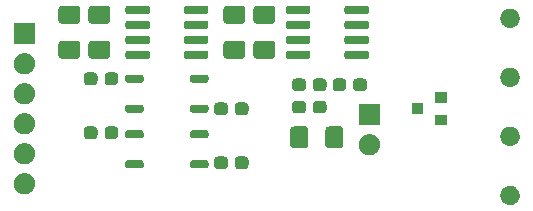
<source format=gbr>
G04 #@! TF.GenerationSoftware,KiCad,Pcbnew,(5.1.0-1220-ga833aeeac)*
G04 #@! TF.CreationDate,2019-07-18T01:02:23+03:00*
G04 #@! TF.ProjectId,proto_II_rs485,70726f74-6f5f-4494-995f-72733438352e,rev?*
G04 #@! TF.SameCoordinates,Original*
G04 #@! TF.FileFunction,Soldermask,Top*
G04 #@! TF.FilePolarity,Negative*
%FSLAX46Y46*%
G04 Gerber Fmt 4.6, Leading zero omitted, Abs format (unit mm)*
G04 Created by KiCad (PCBNEW (5.1.0-1220-ga833aeeac)) date 2019-07-18 01:02:23*
%MOMM*%
%LPD*%
G04 APERTURE LIST*
%ADD10C,0.160000*%
G04 APERTURE END LIST*
D10*
G36*
X70949969Y-59927249D02*
G01*
X71001869Y-59927611D01*
X71041213Y-59936839D01*
X71074960Y-59940386D01*
X71123294Y-59956091D01*
X71179446Y-59969261D01*
X71210614Y-59984463D01*
X71237498Y-59993198D01*
X71286342Y-60021398D01*
X71343381Y-60049218D01*
X71365931Y-60067348D01*
X71385497Y-60078645D01*
X71431515Y-60120080D01*
X71485529Y-60163508D01*
X71499938Y-60181687D01*
X71512504Y-60193002D01*
X71552091Y-60247489D01*
X71598823Y-60306450D01*
X71606363Y-60322188D01*
X71612954Y-60331259D01*
X71642432Y-60397468D01*
X71677634Y-60470940D01*
X71680229Y-60482363D01*
X71682466Y-60487387D01*
X71698372Y-60562220D01*
X71718043Y-60648802D01*
X71717965Y-60654397D01*
X71717997Y-60654548D01*
X71717997Y-60825452D01*
X71715407Y-60837639D01*
X71715180Y-60853864D01*
X71696463Y-60926760D01*
X71682466Y-60992613D01*
X71675590Y-61008058D01*
X71669820Y-61030529D01*
X71638140Y-61092172D01*
X71612954Y-61148741D01*
X71599673Y-61167020D01*
X71586448Y-61192754D01*
X71545659Y-61241364D01*
X71512504Y-61286998D01*
X71491494Y-61305916D01*
X71469206Y-61332477D01*
X71423269Y-61367345D01*
X71385497Y-61401355D01*
X71356111Y-61418321D01*
X71323923Y-61442753D01*
X71276657Y-61464194D01*
X71237498Y-61486802D01*
X71199850Y-61499035D01*
X71157818Y-61518101D01*
X71112608Y-61527381D01*
X71074960Y-61539614D01*
X71029991Y-61544341D01*
X70979149Y-61554777D01*
X70938748Y-61553931D01*
X70904998Y-61557478D01*
X70854446Y-61552165D01*
X70796793Y-61550957D01*
X70763150Y-61542569D01*
X70735036Y-61539614D01*
X70681400Y-61522186D01*
X70619816Y-61506832D01*
X70593983Y-61493783D01*
X70572498Y-61486802D01*
X70518880Y-61455845D01*
X70457012Y-61424594D01*
X70439136Y-61409806D01*
X70424499Y-61401355D01*
X70374476Y-61356315D01*
X70316474Y-61308331D01*
X70305820Y-61294497D01*
X70297492Y-61286998D01*
X70254896Y-61228369D01*
X70205187Y-61163821D01*
X70200276Y-61153192D01*
X70197042Y-61148741D01*
X70165918Y-61078834D01*
X70128681Y-60998246D01*
X70090759Y-60819837D01*
X70091999Y-60731012D01*
X70091999Y-60654548D01*
X70093141Y-60649173D01*
X70093305Y-60637459D01*
X70112467Y-60558253D01*
X70127530Y-60487387D01*
X70132088Y-60477149D01*
X70136194Y-60460178D01*
X70169658Y-60392766D01*
X70197042Y-60331259D01*
X70206980Y-60317581D01*
X70217293Y-60296805D01*
X70261091Y-60243103D01*
X70297492Y-60193002D01*
X70314284Y-60177883D01*
X70332573Y-60155458D01*
X70382584Y-60116385D01*
X70424499Y-60078645D01*
X70448981Y-60064510D01*
X70476302Y-60043165D01*
X70528478Y-60018613D01*
X70572498Y-59993198D01*
X70604773Y-59982711D01*
X70641338Y-59965505D01*
X70692030Y-59954360D01*
X70735036Y-59940386D01*
X70774406Y-59936248D01*
X70819479Y-59926338D01*
X70865627Y-59926660D01*
X70904998Y-59922522D01*
X70949969Y-59927249D01*
X70949969Y-59927249D01*
G37*
G36*
X29968360Y-58865835D02*
G01*
X30049397Y-58892166D01*
X30136663Y-58919848D01*
X30139655Y-58921493D01*
X30148488Y-58924363D01*
X30220466Y-58965919D01*
X30291499Y-59004970D01*
X30298986Y-59011253D01*
X30312511Y-59019061D01*
X30370259Y-59071057D01*
X30426857Y-59118549D01*
X30436962Y-59131118D01*
X30453261Y-59145793D01*
X30495454Y-59203867D01*
X30537579Y-59256260D01*
X30547994Y-59276182D01*
X30564586Y-59299019D01*
X30591297Y-59359012D01*
X30619439Y-59412843D01*
X30627582Y-59440510D01*
X30641621Y-59472042D01*
X30653992Y-59530241D01*
X30669328Y-59582349D01*
X30672518Y-59617401D01*
X30680999Y-59657301D01*
X30680999Y-59710592D01*
X30685343Y-59758324D01*
X30680999Y-59799653D01*
X30680999Y-59846699D01*
X30671217Y-59892721D01*
X30666873Y-59934047D01*
X30652702Y-59979827D01*
X30641621Y-60031958D01*
X30625028Y-60069226D01*
X30614622Y-60102843D01*
X30588789Y-60150620D01*
X30564586Y-60204981D01*
X30544298Y-60232905D01*
X30530580Y-60258276D01*
X30491859Y-60305082D01*
X30453261Y-60358207D01*
X30432284Y-60377095D01*
X30417952Y-60394419D01*
X30365845Y-60436917D01*
X30312511Y-60484939D01*
X30293524Y-60495901D01*
X30281025Y-60506095D01*
X30215780Y-60540786D01*
X30148488Y-60579637D01*
X30133636Y-60584463D01*
X30125003Y-60589053D01*
X30047430Y-60612473D01*
X29968360Y-60638165D01*
X29959114Y-60639137D01*
X29955851Y-60640122D01*
X29864710Y-60649059D01*
X29827211Y-60653000D01*
X29732789Y-60653000D01*
X29591640Y-60638165D01*
X29510603Y-60611834D01*
X29423337Y-60584152D01*
X29420345Y-60582507D01*
X29411512Y-60579637D01*
X29339534Y-60538081D01*
X29268501Y-60499030D01*
X29261014Y-60492747D01*
X29247489Y-60484939D01*
X29189741Y-60432943D01*
X29133143Y-60385451D01*
X29123038Y-60372882D01*
X29106739Y-60358207D01*
X29064546Y-60300133D01*
X29022421Y-60247740D01*
X29012006Y-60227818D01*
X28995414Y-60204981D01*
X28968703Y-60144988D01*
X28940561Y-60091157D01*
X28932418Y-60063490D01*
X28918379Y-60031958D01*
X28906008Y-59973759D01*
X28890672Y-59921651D01*
X28887482Y-59886599D01*
X28879001Y-59846699D01*
X28879001Y-59793408D01*
X28874657Y-59745676D01*
X28879001Y-59704347D01*
X28879001Y-59657301D01*
X28888783Y-59611279D01*
X28893127Y-59569953D01*
X28907298Y-59524173D01*
X28918379Y-59472042D01*
X28934972Y-59434774D01*
X28945378Y-59401157D01*
X28971211Y-59353380D01*
X28995414Y-59299019D01*
X29015702Y-59271095D01*
X29029420Y-59245724D01*
X29068141Y-59198918D01*
X29106739Y-59145793D01*
X29127716Y-59126905D01*
X29142048Y-59109581D01*
X29194155Y-59067083D01*
X29247489Y-59019061D01*
X29266476Y-59008099D01*
X29278975Y-58997905D01*
X29344220Y-58963214D01*
X29411512Y-58924363D01*
X29426364Y-58919537D01*
X29434997Y-58914947D01*
X29512570Y-58891527D01*
X29591640Y-58865835D01*
X29600886Y-58864863D01*
X29604149Y-58863878D01*
X29695290Y-58854941D01*
X29732789Y-58851000D01*
X29827211Y-58851000D01*
X29968360Y-58865835D01*
X29968360Y-58865835D01*
G37*
G36*
X46713980Y-57447117D02*
G01*
X46714386Y-57447117D01*
X46716637Y-57447538D01*
X46805801Y-57461660D01*
X46813691Y-57465680D01*
X46820409Y-57466936D01*
X46840176Y-57479175D01*
X46887229Y-57503150D01*
X46900776Y-57516697D01*
X46912114Y-57523717D01*
X46925432Y-57541353D01*
X46951850Y-57567771D01*
X46965267Y-57594103D01*
X46977114Y-57609791D01*
X46980418Y-57623838D01*
X46993340Y-57649199D01*
X47007686Y-57739777D01*
X47007883Y-57740614D01*
X47007883Y-57741020D01*
X47009194Y-57749297D01*
X47009194Y-58198703D01*
X47007883Y-58206980D01*
X47007883Y-58207386D01*
X47007462Y-58209637D01*
X46993340Y-58298801D01*
X46989320Y-58306691D01*
X46988064Y-58313409D01*
X46975825Y-58333176D01*
X46951850Y-58380229D01*
X46938303Y-58393776D01*
X46931283Y-58405114D01*
X46913647Y-58418432D01*
X46887229Y-58444850D01*
X46860897Y-58458267D01*
X46845209Y-58470114D01*
X46831162Y-58473418D01*
X46805801Y-58486340D01*
X46715223Y-58500686D01*
X46714386Y-58500883D01*
X46713980Y-58500883D01*
X46705703Y-58502194D01*
X46156297Y-58502194D01*
X46148020Y-58500883D01*
X46147614Y-58500883D01*
X46145363Y-58500462D01*
X46056199Y-58486340D01*
X46048309Y-58482320D01*
X46041591Y-58481064D01*
X46021824Y-58468825D01*
X45974771Y-58444850D01*
X45961224Y-58431303D01*
X45949886Y-58424283D01*
X45936568Y-58406647D01*
X45910150Y-58380229D01*
X45896733Y-58353897D01*
X45884886Y-58338209D01*
X45881582Y-58324162D01*
X45868660Y-58298801D01*
X45854314Y-58208223D01*
X45854117Y-58207386D01*
X45854117Y-58206980D01*
X45852806Y-58198703D01*
X45852806Y-57749297D01*
X45854117Y-57741020D01*
X45854117Y-57740614D01*
X45854538Y-57738363D01*
X45868660Y-57649199D01*
X45872680Y-57641309D01*
X45873936Y-57634591D01*
X45886175Y-57614824D01*
X45910150Y-57567771D01*
X45923697Y-57554224D01*
X45930717Y-57542886D01*
X45948353Y-57529568D01*
X45974771Y-57503150D01*
X46001103Y-57489733D01*
X46016791Y-57477886D01*
X46030838Y-57474582D01*
X46056199Y-57461660D01*
X46146777Y-57447314D01*
X46147614Y-57447117D01*
X46148020Y-57447117D01*
X46156297Y-57445806D01*
X46705703Y-57445806D01*
X46713980Y-57447117D01*
X46713980Y-57447117D01*
G37*
G36*
X48463980Y-57447117D02*
G01*
X48464386Y-57447117D01*
X48466637Y-57447538D01*
X48555801Y-57461660D01*
X48563691Y-57465680D01*
X48570409Y-57466936D01*
X48590176Y-57479175D01*
X48637229Y-57503150D01*
X48650776Y-57516697D01*
X48662114Y-57523717D01*
X48675432Y-57541353D01*
X48701850Y-57567771D01*
X48715267Y-57594103D01*
X48727114Y-57609791D01*
X48730418Y-57623838D01*
X48743340Y-57649199D01*
X48757686Y-57739777D01*
X48757883Y-57740614D01*
X48757883Y-57741020D01*
X48759194Y-57749297D01*
X48759194Y-58198703D01*
X48757883Y-58206980D01*
X48757883Y-58207386D01*
X48757462Y-58209637D01*
X48743340Y-58298801D01*
X48739320Y-58306691D01*
X48738064Y-58313409D01*
X48725825Y-58333176D01*
X48701850Y-58380229D01*
X48688303Y-58393776D01*
X48681283Y-58405114D01*
X48663647Y-58418432D01*
X48637229Y-58444850D01*
X48610897Y-58458267D01*
X48595209Y-58470114D01*
X48581162Y-58473418D01*
X48555801Y-58486340D01*
X48465223Y-58500686D01*
X48464386Y-58500883D01*
X48463980Y-58500883D01*
X48455703Y-58502194D01*
X47906297Y-58502194D01*
X47898020Y-58500883D01*
X47897614Y-58500883D01*
X47895363Y-58500462D01*
X47806199Y-58486340D01*
X47798309Y-58482320D01*
X47791591Y-58481064D01*
X47771824Y-58468825D01*
X47724771Y-58444850D01*
X47711224Y-58431303D01*
X47699886Y-58424283D01*
X47686568Y-58406647D01*
X47660150Y-58380229D01*
X47646733Y-58353897D01*
X47634886Y-58338209D01*
X47631582Y-58324162D01*
X47618660Y-58298801D01*
X47604314Y-58208223D01*
X47604117Y-58207386D01*
X47604117Y-58206980D01*
X47602806Y-58198703D01*
X47602806Y-57749297D01*
X47604117Y-57741020D01*
X47604117Y-57740614D01*
X47604538Y-57738363D01*
X47618660Y-57649199D01*
X47622680Y-57641309D01*
X47623936Y-57634591D01*
X47636175Y-57614824D01*
X47660150Y-57567771D01*
X47673697Y-57554224D01*
X47680717Y-57542886D01*
X47698353Y-57529568D01*
X47724771Y-57503150D01*
X47751103Y-57489733D01*
X47766791Y-57477886D01*
X47780838Y-57474582D01*
X47806199Y-57461660D01*
X47896777Y-57447314D01*
X47897614Y-57447117D01*
X47898020Y-57447117D01*
X47906297Y-57445806D01*
X48455703Y-57445806D01*
X48463980Y-57447117D01*
X48463980Y-57447117D01*
G37*
G36*
X45179175Y-57774001D02*
G01*
X45179806Y-57774001D01*
X45184736Y-57774982D01*
X45245844Y-57785757D01*
X45249491Y-57787862D01*
X45253355Y-57788631D01*
X45269454Y-57799388D01*
X45303415Y-57818995D01*
X45309307Y-57826016D01*
X45315707Y-57830293D01*
X45326701Y-57846746D01*
X45342497Y-57865572D01*
X45344651Y-57873611D01*
X45357369Y-57892645D01*
X45371999Y-57966194D01*
X45371999Y-57975674D01*
X45373715Y-57982078D01*
X45373715Y-58225443D01*
X45371999Y-58235175D01*
X45371999Y-58235806D01*
X45371018Y-58240736D01*
X45360243Y-58301844D01*
X45358138Y-58305491D01*
X45357369Y-58309355D01*
X45346613Y-58325453D01*
X45327006Y-58359414D01*
X45319984Y-58365306D01*
X45315707Y-58371707D01*
X45299250Y-58382703D01*
X45280427Y-58398497D01*
X45272389Y-58400651D01*
X45253355Y-58413369D01*
X45179806Y-58427999D01*
X45170326Y-58427999D01*
X45163922Y-58429715D01*
X44020557Y-58429715D01*
X44010825Y-58427999D01*
X44010194Y-58427999D01*
X44005264Y-58427018D01*
X43944156Y-58416243D01*
X43940509Y-58414138D01*
X43936645Y-58413369D01*
X43920547Y-58402613D01*
X43886586Y-58383006D01*
X43880694Y-58375984D01*
X43874293Y-58371707D01*
X43863297Y-58355250D01*
X43847503Y-58336427D01*
X43845349Y-58328389D01*
X43832631Y-58309355D01*
X43818001Y-58235806D01*
X43818001Y-58226326D01*
X43816285Y-58219922D01*
X43816285Y-57976557D01*
X43818001Y-57966825D01*
X43818001Y-57966194D01*
X43818982Y-57961264D01*
X43829757Y-57900156D01*
X43831862Y-57896509D01*
X43832631Y-57892645D01*
X43843388Y-57876546D01*
X43862995Y-57842585D01*
X43870016Y-57836693D01*
X43874293Y-57830293D01*
X43890746Y-57819299D01*
X43909572Y-57803503D01*
X43917611Y-57801349D01*
X43936645Y-57788631D01*
X44010194Y-57774001D01*
X44019674Y-57774001D01*
X44026078Y-57772285D01*
X45169443Y-57772285D01*
X45179175Y-57774001D01*
X45179175Y-57774001D01*
G37*
G36*
X39679175Y-57774001D02*
G01*
X39679806Y-57774001D01*
X39684736Y-57774982D01*
X39745844Y-57785757D01*
X39749491Y-57787862D01*
X39753355Y-57788631D01*
X39769454Y-57799388D01*
X39803415Y-57818995D01*
X39809307Y-57826016D01*
X39815707Y-57830293D01*
X39826701Y-57846746D01*
X39842497Y-57865572D01*
X39844651Y-57873611D01*
X39857369Y-57892645D01*
X39871999Y-57966194D01*
X39871999Y-57975674D01*
X39873715Y-57982078D01*
X39873715Y-58225443D01*
X39871999Y-58235175D01*
X39871999Y-58235806D01*
X39871018Y-58240736D01*
X39860243Y-58301844D01*
X39858138Y-58305491D01*
X39857369Y-58309355D01*
X39846613Y-58325453D01*
X39827006Y-58359414D01*
X39819984Y-58365306D01*
X39815707Y-58371707D01*
X39799250Y-58382703D01*
X39780427Y-58398497D01*
X39772389Y-58400651D01*
X39753355Y-58413369D01*
X39679806Y-58427999D01*
X39670326Y-58427999D01*
X39663922Y-58429715D01*
X38520557Y-58429715D01*
X38510825Y-58427999D01*
X38510194Y-58427999D01*
X38505264Y-58427018D01*
X38444156Y-58416243D01*
X38440509Y-58414138D01*
X38436645Y-58413369D01*
X38420547Y-58402613D01*
X38386586Y-58383006D01*
X38380694Y-58375984D01*
X38374293Y-58371707D01*
X38363297Y-58355250D01*
X38347503Y-58336427D01*
X38345349Y-58328389D01*
X38332631Y-58309355D01*
X38318001Y-58235806D01*
X38318001Y-58226326D01*
X38316285Y-58219922D01*
X38316285Y-57976557D01*
X38318001Y-57966825D01*
X38318001Y-57966194D01*
X38318982Y-57961264D01*
X38329757Y-57900156D01*
X38331862Y-57896509D01*
X38332631Y-57892645D01*
X38343388Y-57876546D01*
X38362995Y-57842585D01*
X38370016Y-57836693D01*
X38374293Y-57830293D01*
X38390746Y-57819299D01*
X38409572Y-57803503D01*
X38417611Y-57801349D01*
X38436645Y-57788631D01*
X38510194Y-57774001D01*
X38519674Y-57774001D01*
X38526078Y-57772285D01*
X39669443Y-57772285D01*
X39679175Y-57774001D01*
X39679175Y-57774001D01*
G37*
G36*
X29968360Y-56325835D02*
G01*
X30049397Y-56352166D01*
X30136663Y-56379848D01*
X30139655Y-56381493D01*
X30148488Y-56384363D01*
X30220466Y-56425919D01*
X30291499Y-56464970D01*
X30298986Y-56471253D01*
X30312511Y-56479061D01*
X30370259Y-56531057D01*
X30426857Y-56578549D01*
X30436962Y-56591118D01*
X30453261Y-56605793D01*
X30495454Y-56663867D01*
X30537579Y-56716260D01*
X30547994Y-56736182D01*
X30564586Y-56759019D01*
X30591297Y-56819012D01*
X30619439Y-56872843D01*
X30627582Y-56900510D01*
X30641621Y-56932042D01*
X30653992Y-56990241D01*
X30669328Y-57042349D01*
X30672518Y-57077401D01*
X30680999Y-57117301D01*
X30680999Y-57170592D01*
X30685343Y-57218324D01*
X30680999Y-57259653D01*
X30680999Y-57306699D01*
X30671217Y-57352721D01*
X30666873Y-57394047D01*
X30652702Y-57439827D01*
X30641621Y-57491958D01*
X30625028Y-57529226D01*
X30614622Y-57562843D01*
X30588789Y-57610620D01*
X30564586Y-57664981D01*
X30544298Y-57692905D01*
X30530580Y-57718276D01*
X30491859Y-57765082D01*
X30453261Y-57818207D01*
X30432284Y-57837095D01*
X30417952Y-57854419D01*
X30365845Y-57896917D01*
X30312511Y-57944939D01*
X30293524Y-57955901D01*
X30281025Y-57966095D01*
X30215780Y-58000786D01*
X30148488Y-58039637D01*
X30133636Y-58044463D01*
X30125003Y-58049053D01*
X30047430Y-58072473D01*
X29968360Y-58098165D01*
X29959114Y-58099137D01*
X29955851Y-58100122D01*
X29864710Y-58109059D01*
X29827211Y-58113000D01*
X29732789Y-58113000D01*
X29591640Y-58098165D01*
X29510603Y-58071834D01*
X29423337Y-58044152D01*
X29420345Y-58042507D01*
X29411512Y-58039637D01*
X29339534Y-57998081D01*
X29268501Y-57959030D01*
X29261014Y-57952747D01*
X29247489Y-57944939D01*
X29189741Y-57892943D01*
X29133143Y-57845451D01*
X29123038Y-57832882D01*
X29106739Y-57818207D01*
X29064546Y-57760133D01*
X29022421Y-57707740D01*
X29012006Y-57687818D01*
X28995414Y-57664981D01*
X28968703Y-57604988D01*
X28940561Y-57551157D01*
X28932418Y-57523490D01*
X28918379Y-57491958D01*
X28906008Y-57433759D01*
X28890672Y-57381651D01*
X28887482Y-57346599D01*
X28879001Y-57306699D01*
X28879001Y-57253408D01*
X28874657Y-57205676D01*
X28879001Y-57164347D01*
X28879001Y-57117301D01*
X28888783Y-57071279D01*
X28893127Y-57029953D01*
X28907298Y-56984173D01*
X28918379Y-56932042D01*
X28934972Y-56894774D01*
X28945378Y-56861157D01*
X28971211Y-56813380D01*
X28995414Y-56759019D01*
X29015702Y-56731095D01*
X29029420Y-56705724D01*
X29068141Y-56658918D01*
X29106739Y-56605793D01*
X29127716Y-56586905D01*
X29142048Y-56569581D01*
X29194155Y-56527083D01*
X29247489Y-56479061D01*
X29266476Y-56468099D01*
X29278975Y-56457905D01*
X29344220Y-56423214D01*
X29411512Y-56384363D01*
X29426364Y-56379537D01*
X29434997Y-56374947D01*
X29512570Y-56351527D01*
X29591640Y-56325835D01*
X29600886Y-56324863D01*
X29604149Y-56323878D01*
X29695290Y-56314941D01*
X29732789Y-56311000D01*
X29827211Y-56311000D01*
X29968360Y-56325835D01*
X29968360Y-56325835D01*
G37*
G36*
X59178360Y-55563835D02*
G01*
X59259397Y-55590166D01*
X59346663Y-55617848D01*
X59349655Y-55619493D01*
X59358488Y-55622363D01*
X59430466Y-55663919D01*
X59501499Y-55702970D01*
X59508986Y-55709253D01*
X59522511Y-55717061D01*
X59580259Y-55769057D01*
X59636857Y-55816549D01*
X59646962Y-55829118D01*
X59663261Y-55843793D01*
X59705454Y-55901867D01*
X59747579Y-55954260D01*
X59757994Y-55974182D01*
X59774586Y-55997019D01*
X59801297Y-56057012D01*
X59829439Y-56110843D01*
X59837582Y-56138510D01*
X59851621Y-56170042D01*
X59863992Y-56228241D01*
X59879328Y-56280349D01*
X59882518Y-56315401D01*
X59890999Y-56355301D01*
X59890999Y-56408592D01*
X59895343Y-56456324D01*
X59890999Y-56497653D01*
X59890999Y-56544699D01*
X59881217Y-56590721D01*
X59876873Y-56632047D01*
X59862702Y-56677827D01*
X59851621Y-56729958D01*
X59835028Y-56767226D01*
X59824622Y-56800843D01*
X59798789Y-56848620D01*
X59774586Y-56902981D01*
X59754298Y-56930905D01*
X59740580Y-56956276D01*
X59701859Y-57003082D01*
X59663261Y-57056207D01*
X59642284Y-57075095D01*
X59627952Y-57092419D01*
X59575845Y-57134917D01*
X59522511Y-57182939D01*
X59503524Y-57193901D01*
X59491025Y-57204095D01*
X59425780Y-57238786D01*
X59358488Y-57277637D01*
X59343636Y-57282463D01*
X59335003Y-57287053D01*
X59257430Y-57310473D01*
X59178360Y-57336165D01*
X59169114Y-57337137D01*
X59165851Y-57338122D01*
X59074710Y-57347059D01*
X59037211Y-57351000D01*
X58942789Y-57351000D01*
X58801640Y-57336165D01*
X58720603Y-57309834D01*
X58633337Y-57282152D01*
X58630345Y-57280507D01*
X58621512Y-57277637D01*
X58549534Y-57236081D01*
X58478501Y-57197030D01*
X58471014Y-57190747D01*
X58457489Y-57182939D01*
X58399741Y-57130943D01*
X58343143Y-57083451D01*
X58333038Y-57070882D01*
X58316739Y-57056207D01*
X58274546Y-56998133D01*
X58232421Y-56945740D01*
X58222006Y-56925818D01*
X58205414Y-56902981D01*
X58178703Y-56842988D01*
X58150561Y-56789157D01*
X58142418Y-56761490D01*
X58128379Y-56729958D01*
X58116008Y-56671759D01*
X58100672Y-56619651D01*
X58097482Y-56584599D01*
X58089001Y-56544699D01*
X58089001Y-56491408D01*
X58084657Y-56443676D01*
X58089001Y-56402347D01*
X58089001Y-56355301D01*
X58098783Y-56309279D01*
X58103127Y-56267953D01*
X58117298Y-56222173D01*
X58128379Y-56170042D01*
X58144972Y-56132774D01*
X58155378Y-56099157D01*
X58181211Y-56051380D01*
X58205414Y-55997019D01*
X58225702Y-55969095D01*
X58239420Y-55943724D01*
X58278141Y-55896918D01*
X58316739Y-55843793D01*
X58337716Y-55824905D01*
X58352048Y-55807581D01*
X58404155Y-55765083D01*
X58457489Y-55717061D01*
X58476476Y-55706099D01*
X58488975Y-55695905D01*
X58554220Y-55661214D01*
X58621512Y-55622363D01*
X58636364Y-55617537D01*
X58644997Y-55612947D01*
X58722570Y-55589527D01*
X58801640Y-55563835D01*
X58810886Y-55562863D01*
X58814149Y-55561878D01*
X58905290Y-55552941D01*
X58942789Y-55549000D01*
X59037211Y-55549000D01*
X59178360Y-55563835D01*
X59178360Y-55563835D01*
G37*
G36*
X56581756Y-54901764D02*
G01*
X56593228Y-54907289D01*
X56601286Y-54908795D01*
X56618543Y-54919480D01*
X56663638Y-54941197D01*
X56683738Y-54959847D01*
X56696964Y-54968036D01*
X56707264Y-54981676D01*
X56730265Y-55003017D01*
X56752617Y-55041732D01*
X56764781Y-55057840D01*
X56766750Y-55066212D01*
X56774506Y-55079646D01*
X56793419Y-55179603D01*
X56796883Y-55194331D01*
X56796883Y-55197910D01*
X56798194Y-55204839D01*
X56798194Y-56427516D01*
X56783236Y-56526756D01*
X56777711Y-56538228D01*
X56776205Y-56546286D01*
X56765520Y-56563543D01*
X56743803Y-56608638D01*
X56725153Y-56628738D01*
X56716964Y-56641964D01*
X56703324Y-56652264D01*
X56681983Y-56675265D01*
X56643268Y-56697617D01*
X56627160Y-56709781D01*
X56618788Y-56711750D01*
X56605354Y-56719506D01*
X56505397Y-56738419D01*
X56490669Y-56741883D01*
X56487090Y-56741883D01*
X56480161Y-56743194D01*
X55582484Y-56743194D01*
X55483244Y-56728236D01*
X55471772Y-56722711D01*
X55463714Y-56721205D01*
X55446457Y-56710520D01*
X55401362Y-56688803D01*
X55381262Y-56670153D01*
X55368036Y-56661964D01*
X55357736Y-56648324D01*
X55334735Y-56626983D01*
X55312383Y-56588268D01*
X55300219Y-56572160D01*
X55298250Y-56563788D01*
X55290494Y-56550354D01*
X55271581Y-56450397D01*
X55268117Y-56435669D01*
X55268117Y-56432090D01*
X55266806Y-56425161D01*
X55266806Y-55202484D01*
X55281764Y-55103244D01*
X55287289Y-55091772D01*
X55288795Y-55083714D01*
X55299480Y-55066457D01*
X55321197Y-55021362D01*
X55339847Y-55001262D01*
X55348036Y-54988036D01*
X55361676Y-54977736D01*
X55383017Y-54954735D01*
X55421732Y-54932383D01*
X55437840Y-54920219D01*
X55446212Y-54918250D01*
X55459646Y-54910494D01*
X55559603Y-54891581D01*
X55574331Y-54888117D01*
X55577910Y-54888117D01*
X55584839Y-54886806D01*
X56482516Y-54886806D01*
X56581756Y-54901764D01*
X56581756Y-54901764D01*
G37*
G36*
X53606756Y-54901764D02*
G01*
X53618228Y-54907289D01*
X53626286Y-54908795D01*
X53643543Y-54919480D01*
X53688638Y-54941197D01*
X53708738Y-54959847D01*
X53721964Y-54968036D01*
X53732264Y-54981676D01*
X53755265Y-55003017D01*
X53777617Y-55041732D01*
X53789781Y-55057840D01*
X53791750Y-55066212D01*
X53799506Y-55079646D01*
X53818419Y-55179603D01*
X53821883Y-55194331D01*
X53821883Y-55197910D01*
X53823194Y-55204839D01*
X53823194Y-56427516D01*
X53808236Y-56526756D01*
X53802711Y-56538228D01*
X53801205Y-56546286D01*
X53790520Y-56563543D01*
X53768803Y-56608638D01*
X53750153Y-56628738D01*
X53741964Y-56641964D01*
X53728324Y-56652264D01*
X53706983Y-56675265D01*
X53668268Y-56697617D01*
X53652160Y-56709781D01*
X53643788Y-56711750D01*
X53630354Y-56719506D01*
X53530397Y-56738419D01*
X53515669Y-56741883D01*
X53512090Y-56741883D01*
X53505161Y-56743194D01*
X52607484Y-56743194D01*
X52508244Y-56728236D01*
X52496772Y-56722711D01*
X52488714Y-56721205D01*
X52471457Y-56710520D01*
X52426362Y-56688803D01*
X52406262Y-56670153D01*
X52393036Y-56661964D01*
X52382736Y-56648324D01*
X52359735Y-56626983D01*
X52337383Y-56588268D01*
X52325219Y-56572160D01*
X52323250Y-56563788D01*
X52315494Y-56550354D01*
X52296581Y-56450397D01*
X52293117Y-56435669D01*
X52293117Y-56432090D01*
X52291806Y-56425161D01*
X52291806Y-55202484D01*
X52306764Y-55103244D01*
X52312289Y-55091772D01*
X52313795Y-55083714D01*
X52324480Y-55066457D01*
X52346197Y-55021362D01*
X52364847Y-55001262D01*
X52373036Y-54988036D01*
X52386676Y-54977736D01*
X52408017Y-54954735D01*
X52446732Y-54932383D01*
X52462840Y-54920219D01*
X52471212Y-54918250D01*
X52484646Y-54910494D01*
X52584603Y-54891581D01*
X52599331Y-54888117D01*
X52602910Y-54888117D01*
X52609839Y-54886806D01*
X53507516Y-54886806D01*
X53606756Y-54901764D01*
X53606756Y-54901764D01*
G37*
G36*
X70949969Y-54927249D02*
G01*
X71001869Y-54927611D01*
X71041213Y-54936839D01*
X71074960Y-54940386D01*
X71123294Y-54956091D01*
X71179446Y-54969261D01*
X71210614Y-54984463D01*
X71237498Y-54993198D01*
X71286342Y-55021398D01*
X71343381Y-55049218D01*
X71365931Y-55067348D01*
X71385497Y-55078645D01*
X71431515Y-55120080D01*
X71485529Y-55163508D01*
X71499938Y-55181687D01*
X71512504Y-55193002D01*
X71552091Y-55247489D01*
X71598823Y-55306450D01*
X71606363Y-55322188D01*
X71612954Y-55331259D01*
X71642432Y-55397468D01*
X71677634Y-55470940D01*
X71680229Y-55482363D01*
X71682466Y-55487387D01*
X71698372Y-55562220D01*
X71718043Y-55648802D01*
X71717965Y-55654397D01*
X71717997Y-55654548D01*
X71717997Y-55825452D01*
X71715407Y-55837639D01*
X71715180Y-55853864D01*
X71696463Y-55926760D01*
X71682466Y-55992613D01*
X71675590Y-56008058D01*
X71669820Y-56030529D01*
X71638140Y-56092172D01*
X71612954Y-56148741D01*
X71599673Y-56167020D01*
X71586448Y-56192754D01*
X71545659Y-56241364D01*
X71512504Y-56286998D01*
X71491494Y-56305916D01*
X71469206Y-56332477D01*
X71423269Y-56367345D01*
X71385497Y-56401355D01*
X71356111Y-56418321D01*
X71323923Y-56442753D01*
X71276657Y-56464194D01*
X71237498Y-56486802D01*
X71199850Y-56499035D01*
X71157818Y-56518101D01*
X71112608Y-56527381D01*
X71074960Y-56539614D01*
X71029991Y-56544341D01*
X70979149Y-56554777D01*
X70938748Y-56553931D01*
X70904998Y-56557478D01*
X70854446Y-56552165D01*
X70796793Y-56550957D01*
X70763150Y-56542569D01*
X70735036Y-56539614D01*
X70681400Y-56522186D01*
X70619816Y-56506832D01*
X70593983Y-56493783D01*
X70572498Y-56486802D01*
X70518880Y-56455845D01*
X70457012Y-56424594D01*
X70439136Y-56409806D01*
X70424499Y-56401355D01*
X70374476Y-56356315D01*
X70316474Y-56308331D01*
X70305820Y-56294497D01*
X70297492Y-56286998D01*
X70254896Y-56228369D01*
X70205187Y-56163821D01*
X70200276Y-56153192D01*
X70197042Y-56148741D01*
X70165918Y-56078834D01*
X70128681Y-55998246D01*
X70090759Y-55819837D01*
X70091999Y-55731012D01*
X70091999Y-55654548D01*
X70093141Y-55649173D01*
X70093305Y-55637459D01*
X70112467Y-55558253D01*
X70127530Y-55487387D01*
X70132088Y-55477149D01*
X70136194Y-55460178D01*
X70169658Y-55392766D01*
X70197042Y-55331259D01*
X70206980Y-55317581D01*
X70217293Y-55296805D01*
X70261091Y-55243103D01*
X70297492Y-55193002D01*
X70314284Y-55177883D01*
X70332573Y-55155458D01*
X70382584Y-55116385D01*
X70424499Y-55078645D01*
X70448981Y-55064510D01*
X70476302Y-55043165D01*
X70528478Y-55018613D01*
X70572498Y-54993198D01*
X70604773Y-54982711D01*
X70641338Y-54965505D01*
X70692030Y-54954360D01*
X70735036Y-54940386D01*
X70774406Y-54936248D01*
X70819479Y-54926338D01*
X70865627Y-54926660D01*
X70904998Y-54922522D01*
X70949969Y-54927249D01*
X70949969Y-54927249D01*
G37*
G36*
X37428980Y-54907117D02*
G01*
X37429386Y-54907117D01*
X37431637Y-54907538D01*
X37520801Y-54921660D01*
X37528691Y-54925680D01*
X37535409Y-54926936D01*
X37555176Y-54939175D01*
X37602229Y-54963150D01*
X37615776Y-54976697D01*
X37627114Y-54983717D01*
X37640432Y-55001353D01*
X37666850Y-55027771D01*
X37680267Y-55054103D01*
X37692114Y-55069791D01*
X37695418Y-55083838D01*
X37708340Y-55109199D01*
X37722686Y-55199777D01*
X37722883Y-55200614D01*
X37722883Y-55201020D01*
X37724194Y-55209297D01*
X37724194Y-55658703D01*
X37722883Y-55666980D01*
X37722883Y-55667386D01*
X37722462Y-55669637D01*
X37708340Y-55758801D01*
X37704320Y-55766691D01*
X37703064Y-55773409D01*
X37690825Y-55793176D01*
X37666850Y-55840229D01*
X37653303Y-55853776D01*
X37646283Y-55865114D01*
X37628647Y-55878432D01*
X37602229Y-55904850D01*
X37575897Y-55918267D01*
X37560209Y-55930114D01*
X37546162Y-55933418D01*
X37520801Y-55946340D01*
X37430223Y-55960686D01*
X37429386Y-55960883D01*
X37428980Y-55960883D01*
X37420703Y-55962194D01*
X36871297Y-55962194D01*
X36863020Y-55960883D01*
X36862614Y-55960883D01*
X36860363Y-55960462D01*
X36771199Y-55946340D01*
X36763309Y-55942320D01*
X36756591Y-55941064D01*
X36736824Y-55928825D01*
X36689771Y-55904850D01*
X36676224Y-55891303D01*
X36664886Y-55884283D01*
X36651568Y-55866647D01*
X36625150Y-55840229D01*
X36611733Y-55813897D01*
X36599886Y-55798209D01*
X36596582Y-55784162D01*
X36583660Y-55758801D01*
X36569314Y-55668223D01*
X36569117Y-55667386D01*
X36569117Y-55666980D01*
X36567806Y-55658703D01*
X36567806Y-55209297D01*
X36569117Y-55201020D01*
X36569117Y-55200614D01*
X36569538Y-55198363D01*
X36583660Y-55109199D01*
X36587680Y-55101309D01*
X36588936Y-55094591D01*
X36601175Y-55074824D01*
X36625150Y-55027771D01*
X36638697Y-55014224D01*
X36645717Y-55002886D01*
X36663353Y-54989568D01*
X36689771Y-54963150D01*
X36716103Y-54949733D01*
X36731791Y-54937886D01*
X36745838Y-54934582D01*
X36771199Y-54921660D01*
X36861777Y-54907314D01*
X36862614Y-54907117D01*
X36863020Y-54907117D01*
X36871297Y-54905806D01*
X37420703Y-54905806D01*
X37428980Y-54907117D01*
X37428980Y-54907117D01*
G37*
G36*
X35678980Y-54907117D02*
G01*
X35679386Y-54907117D01*
X35681637Y-54907538D01*
X35770801Y-54921660D01*
X35778691Y-54925680D01*
X35785409Y-54926936D01*
X35805176Y-54939175D01*
X35852229Y-54963150D01*
X35865776Y-54976697D01*
X35877114Y-54983717D01*
X35890432Y-55001353D01*
X35916850Y-55027771D01*
X35930267Y-55054103D01*
X35942114Y-55069791D01*
X35945418Y-55083838D01*
X35958340Y-55109199D01*
X35972686Y-55199777D01*
X35972883Y-55200614D01*
X35972883Y-55201020D01*
X35974194Y-55209297D01*
X35974194Y-55658703D01*
X35972883Y-55666980D01*
X35972883Y-55667386D01*
X35972462Y-55669637D01*
X35958340Y-55758801D01*
X35954320Y-55766691D01*
X35953064Y-55773409D01*
X35940825Y-55793176D01*
X35916850Y-55840229D01*
X35903303Y-55853776D01*
X35896283Y-55865114D01*
X35878647Y-55878432D01*
X35852229Y-55904850D01*
X35825897Y-55918267D01*
X35810209Y-55930114D01*
X35796162Y-55933418D01*
X35770801Y-55946340D01*
X35680223Y-55960686D01*
X35679386Y-55960883D01*
X35678980Y-55960883D01*
X35670703Y-55962194D01*
X35121297Y-55962194D01*
X35113020Y-55960883D01*
X35112614Y-55960883D01*
X35110363Y-55960462D01*
X35021199Y-55946340D01*
X35013309Y-55942320D01*
X35006591Y-55941064D01*
X34986824Y-55928825D01*
X34939771Y-55904850D01*
X34926224Y-55891303D01*
X34914886Y-55884283D01*
X34901568Y-55866647D01*
X34875150Y-55840229D01*
X34861733Y-55813897D01*
X34849886Y-55798209D01*
X34846582Y-55784162D01*
X34833660Y-55758801D01*
X34819314Y-55668223D01*
X34819117Y-55667386D01*
X34819117Y-55666980D01*
X34817806Y-55658703D01*
X34817806Y-55209297D01*
X34819117Y-55201020D01*
X34819117Y-55200614D01*
X34819538Y-55198363D01*
X34833660Y-55109199D01*
X34837680Y-55101309D01*
X34838936Y-55094591D01*
X34851175Y-55074824D01*
X34875150Y-55027771D01*
X34888697Y-55014224D01*
X34895717Y-55002886D01*
X34913353Y-54989568D01*
X34939771Y-54963150D01*
X34966103Y-54949733D01*
X34981791Y-54937886D01*
X34995838Y-54934582D01*
X35021199Y-54921660D01*
X35111777Y-54907314D01*
X35112614Y-54907117D01*
X35113020Y-54907117D01*
X35121297Y-54905806D01*
X35670703Y-54905806D01*
X35678980Y-54907117D01*
X35678980Y-54907117D01*
G37*
G36*
X39679175Y-55234001D02*
G01*
X39679806Y-55234001D01*
X39684736Y-55234982D01*
X39745844Y-55245757D01*
X39749491Y-55247862D01*
X39753355Y-55248631D01*
X39769454Y-55259388D01*
X39803415Y-55278995D01*
X39809307Y-55286016D01*
X39815707Y-55290293D01*
X39826701Y-55306746D01*
X39842497Y-55325572D01*
X39844651Y-55333611D01*
X39857369Y-55352645D01*
X39871999Y-55426194D01*
X39871999Y-55435674D01*
X39873715Y-55442078D01*
X39873715Y-55685443D01*
X39871999Y-55695175D01*
X39871999Y-55695806D01*
X39871018Y-55700736D01*
X39860243Y-55761844D01*
X39858138Y-55765491D01*
X39857369Y-55769355D01*
X39846613Y-55785453D01*
X39827006Y-55819414D01*
X39819984Y-55825306D01*
X39815707Y-55831707D01*
X39799250Y-55842703D01*
X39780427Y-55858497D01*
X39772389Y-55860651D01*
X39753355Y-55873369D01*
X39679806Y-55887999D01*
X39670326Y-55887999D01*
X39663922Y-55889715D01*
X38520557Y-55889715D01*
X38510825Y-55887999D01*
X38510194Y-55887999D01*
X38505264Y-55887018D01*
X38444156Y-55876243D01*
X38440509Y-55874138D01*
X38436645Y-55873369D01*
X38420547Y-55862613D01*
X38386586Y-55843006D01*
X38380694Y-55835984D01*
X38374293Y-55831707D01*
X38363297Y-55815250D01*
X38347503Y-55796427D01*
X38345349Y-55788389D01*
X38332631Y-55769355D01*
X38318001Y-55695806D01*
X38318001Y-55686326D01*
X38316285Y-55679922D01*
X38316285Y-55436557D01*
X38318001Y-55426825D01*
X38318001Y-55426194D01*
X38318982Y-55421264D01*
X38329757Y-55360156D01*
X38331862Y-55356509D01*
X38332631Y-55352645D01*
X38343388Y-55336546D01*
X38362995Y-55302585D01*
X38370016Y-55296693D01*
X38374293Y-55290293D01*
X38390746Y-55279299D01*
X38409572Y-55263503D01*
X38417611Y-55261349D01*
X38436645Y-55248631D01*
X38510194Y-55234001D01*
X38519674Y-55234001D01*
X38526078Y-55232285D01*
X39669443Y-55232285D01*
X39679175Y-55234001D01*
X39679175Y-55234001D01*
G37*
G36*
X45179175Y-55234001D02*
G01*
X45179806Y-55234001D01*
X45184736Y-55234982D01*
X45245844Y-55245757D01*
X45249491Y-55247862D01*
X45253355Y-55248631D01*
X45269454Y-55259388D01*
X45303415Y-55278995D01*
X45309307Y-55286016D01*
X45315707Y-55290293D01*
X45326701Y-55306746D01*
X45342497Y-55325572D01*
X45344651Y-55333611D01*
X45357369Y-55352645D01*
X45371999Y-55426194D01*
X45371999Y-55435674D01*
X45373715Y-55442078D01*
X45373715Y-55685443D01*
X45371999Y-55695175D01*
X45371999Y-55695806D01*
X45371018Y-55700736D01*
X45360243Y-55761844D01*
X45358138Y-55765491D01*
X45357369Y-55769355D01*
X45346613Y-55785453D01*
X45327006Y-55819414D01*
X45319984Y-55825306D01*
X45315707Y-55831707D01*
X45299250Y-55842703D01*
X45280427Y-55858497D01*
X45272389Y-55860651D01*
X45253355Y-55873369D01*
X45179806Y-55887999D01*
X45170326Y-55887999D01*
X45163922Y-55889715D01*
X44020557Y-55889715D01*
X44010825Y-55887999D01*
X44010194Y-55887999D01*
X44005264Y-55887018D01*
X43944156Y-55876243D01*
X43940509Y-55874138D01*
X43936645Y-55873369D01*
X43920547Y-55862613D01*
X43886586Y-55843006D01*
X43880694Y-55835984D01*
X43874293Y-55831707D01*
X43863297Y-55815250D01*
X43847503Y-55796427D01*
X43845349Y-55788389D01*
X43832631Y-55769355D01*
X43818001Y-55695806D01*
X43818001Y-55686326D01*
X43816285Y-55679922D01*
X43816285Y-55436557D01*
X43818001Y-55426825D01*
X43818001Y-55426194D01*
X43818982Y-55421264D01*
X43829757Y-55360156D01*
X43831862Y-55356509D01*
X43832631Y-55352645D01*
X43843388Y-55336546D01*
X43862995Y-55302585D01*
X43870016Y-55296693D01*
X43874293Y-55290293D01*
X43890746Y-55279299D01*
X43909572Y-55263503D01*
X43917611Y-55261349D01*
X43936645Y-55248631D01*
X44010194Y-55234001D01*
X44019674Y-55234001D01*
X44026078Y-55232285D01*
X45169443Y-55232285D01*
X45179175Y-55234001D01*
X45179175Y-55234001D01*
G37*
G36*
X29968360Y-53785835D02*
G01*
X30049397Y-53812166D01*
X30136663Y-53839848D01*
X30139655Y-53841493D01*
X30148488Y-53844363D01*
X30220466Y-53885919D01*
X30291499Y-53924970D01*
X30298986Y-53931253D01*
X30312511Y-53939061D01*
X30370259Y-53991057D01*
X30426857Y-54038549D01*
X30436962Y-54051118D01*
X30453261Y-54065793D01*
X30495454Y-54123867D01*
X30537579Y-54176260D01*
X30547994Y-54196182D01*
X30564586Y-54219019D01*
X30591297Y-54279012D01*
X30619439Y-54332843D01*
X30627582Y-54360510D01*
X30641621Y-54392042D01*
X30653992Y-54450241D01*
X30669328Y-54502349D01*
X30672518Y-54537401D01*
X30680999Y-54577301D01*
X30680999Y-54630592D01*
X30685343Y-54678324D01*
X30680999Y-54719653D01*
X30680999Y-54766699D01*
X30671217Y-54812721D01*
X30666873Y-54854047D01*
X30652702Y-54899827D01*
X30641621Y-54951958D01*
X30625028Y-54989226D01*
X30614622Y-55022843D01*
X30588789Y-55070620D01*
X30564586Y-55124981D01*
X30544298Y-55152905D01*
X30530580Y-55178276D01*
X30491859Y-55225082D01*
X30453261Y-55278207D01*
X30432284Y-55297095D01*
X30417952Y-55314419D01*
X30365845Y-55356917D01*
X30312511Y-55404939D01*
X30293524Y-55415901D01*
X30281025Y-55426095D01*
X30215780Y-55460786D01*
X30148488Y-55499637D01*
X30133636Y-55504463D01*
X30125003Y-55509053D01*
X30047430Y-55532473D01*
X29968360Y-55558165D01*
X29959114Y-55559137D01*
X29955851Y-55560122D01*
X29864710Y-55569059D01*
X29827211Y-55573000D01*
X29732789Y-55573000D01*
X29591640Y-55558165D01*
X29510603Y-55531834D01*
X29423337Y-55504152D01*
X29420345Y-55502507D01*
X29411512Y-55499637D01*
X29339534Y-55458081D01*
X29268501Y-55419030D01*
X29261014Y-55412747D01*
X29247489Y-55404939D01*
X29189741Y-55352943D01*
X29133143Y-55305451D01*
X29123038Y-55292882D01*
X29106739Y-55278207D01*
X29064546Y-55220133D01*
X29022421Y-55167740D01*
X29012006Y-55147818D01*
X28995414Y-55124981D01*
X28968703Y-55064988D01*
X28940561Y-55011157D01*
X28932418Y-54983490D01*
X28918379Y-54951958D01*
X28906008Y-54893759D01*
X28890672Y-54841651D01*
X28887482Y-54806599D01*
X28879001Y-54766699D01*
X28879001Y-54713408D01*
X28874657Y-54665676D01*
X28879001Y-54624347D01*
X28879001Y-54577301D01*
X28888783Y-54531279D01*
X28893127Y-54489953D01*
X28907298Y-54444173D01*
X28918379Y-54392042D01*
X28934972Y-54354774D01*
X28945378Y-54321157D01*
X28971211Y-54273380D01*
X28995414Y-54219019D01*
X29015702Y-54191095D01*
X29029420Y-54165724D01*
X29068141Y-54118918D01*
X29106739Y-54065793D01*
X29127716Y-54046905D01*
X29142048Y-54029581D01*
X29194155Y-53987083D01*
X29247489Y-53939061D01*
X29266476Y-53928099D01*
X29278975Y-53917905D01*
X29344220Y-53883214D01*
X29411512Y-53844363D01*
X29426364Y-53839537D01*
X29434997Y-53834947D01*
X29512570Y-53811527D01*
X29591640Y-53785835D01*
X29600886Y-53784863D01*
X29604149Y-53783878D01*
X29695290Y-53774941D01*
X29732789Y-53771000D01*
X29827211Y-53771000D01*
X29968360Y-53785835D01*
X29968360Y-53785835D01*
G37*
G36*
X59859899Y-53011959D02*
G01*
X59876769Y-53023231D01*
X59888041Y-53040101D01*
X59894448Y-53072312D01*
X59894448Y-54747688D01*
X59891999Y-54760000D01*
X59888041Y-54779899D01*
X59876769Y-54796769D01*
X59859899Y-54808041D01*
X59840000Y-54811999D01*
X59827688Y-54814448D01*
X58152312Y-54814448D01*
X58120101Y-54808041D01*
X58103231Y-54796769D01*
X58091959Y-54779899D01*
X58085552Y-54747688D01*
X58085552Y-53072312D01*
X58091959Y-53040101D01*
X58103231Y-53023231D01*
X58120101Y-53011959D01*
X58152312Y-53005552D01*
X59827688Y-53005552D01*
X59859899Y-53011959D01*
X59859899Y-53011959D01*
G37*
G36*
X65539899Y-53903959D02*
G01*
X65556769Y-53915231D01*
X65568041Y-53932101D01*
X65574448Y-53964312D01*
X65574448Y-54739688D01*
X65571999Y-54752000D01*
X65568041Y-54771899D01*
X65556769Y-54788769D01*
X65539899Y-54800041D01*
X65520000Y-54803999D01*
X65507688Y-54806448D01*
X64632312Y-54806448D01*
X64600101Y-54800041D01*
X64583231Y-54788769D01*
X64571959Y-54771899D01*
X64565552Y-54739688D01*
X64565552Y-53964312D01*
X64571959Y-53932101D01*
X64583231Y-53915231D01*
X64600101Y-53903959D01*
X64632312Y-53897552D01*
X65507688Y-53897552D01*
X65539899Y-53903959D01*
X65539899Y-53903959D01*
G37*
G36*
X46713980Y-52875117D02*
G01*
X46714386Y-52875117D01*
X46716637Y-52875538D01*
X46805801Y-52889660D01*
X46813691Y-52893680D01*
X46820409Y-52894936D01*
X46840176Y-52907175D01*
X46887229Y-52931150D01*
X46900776Y-52944697D01*
X46912114Y-52951717D01*
X46925432Y-52969353D01*
X46951850Y-52995771D01*
X46965267Y-53022103D01*
X46977114Y-53037791D01*
X46980418Y-53051838D01*
X46993340Y-53077199D01*
X47007686Y-53167777D01*
X47007883Y-53168614D01*
X47007883Y-53169020D01*
X47009194Y-53177297D01*
X47009194Y-53626703D01*
X47007883Y-53634980D01*
X47007883Y-53635386D01*
X47007462Y-53637637D01*
X46993340Y-53726801D01*
X46989320Y-53734691D01*
X46988064Y-53741409D01*
X46975825Y-53761176D01*
X46951850Y-53808229D01*
X46938303Y-53821776D01*
X46931283Y-53833114D01*
X46913647Y-53846432D01*
X46887229Y-53872850D01*
X46860897Y-53886267D01*
X46845209Y-53898114D01*
X46831162Y-53901418D01*
X46805801Y-53914340D01*
X46715223Y-53928686D01*
X46714386Y-53928883D01*
X46713980Y-53928883D01*
X46705703Y-53930194D01*
X46156297Y-53930194D01*
X46148020Y-53928883D01*
X46147614Y-53928883D01*
X46145363Y-53928462D01*
X46056199Y-53914340D01*
X46048309Y-53910320D01*
X46041591Y-53909064D01*
X46021824Y-53896825D01*
X45974771Y-53872850D01*
X45961224Y-53859303D01*
X45949886Y-53852283D01*
X45936568Y-53834647D01*
X45910150Y-53808229D01*
X45896733Y-53781897D01*
X45884886Y-53766209D01*
X45881582Y-53752162D01*
X45868660Y-53726801D01*
X45854314Y-53636223D01*
X45854117Y-53635386D01*
X45854117Y-53634980D01*
X45852806Y-53626703D01*
X45852806Y-53177297D01*
X45854117Y-53169020D01*
X45854117Y-53168614D01*
X45854538Y-53166363D01*
X45868660Y-53077199D01*
X45872680Y-53069309D01*
X45873936Y-53062591D01*
X45886175Y-53042824D01*
X45910150Y-52995771D01*
X45923697Y-52982224D01*
X45930717Y-52970886D01*
X45948353Y-52957568D01*
X45974771Y-52931150D01*
X46001103Y-52917733D01*
X46016791Y-52905886D01*
X46030838Y-52902582D01*
X46056199Y-52889660D01*
X46146777Y-52875314D01*
X46147614Y-52875117D01*
X46148020Y-52875117D01*
X46156297Y-52873806D01*
X46705703Y-52873806D01*
X46713980Y-52875117D01*
X46713980Y-52875117D01*
G37*
G36*
X48463980Y-52875117D02*
G01*
X48464386Y-52875117D01*
X48466637Y-52875538D01*
X48555801Y-52889660D01*
X48563691Y-52893680D01*
X48570409Y-52894936D01*
X48590176Y-52907175D01*
X48637229Y-52931150D01*
X48650776Y-52944697D01*
X48662114Y-52951717D01*
X48675432Y-52969353D01*
X48701850Y-52995771D01*
X48715267Y-53022103D01*
X48727114Y-53037791D01*
X48730418Y-53051838D01*
X48743340Y-53077199D01*
X48757686Y-53167777D01*
X48757883Y-53168614D01*
X48757883Y-53169020D01*
X48759194Y-53177297D01*
X48759194Y-53626703D01*
X48757883Y-53634980D01*
X48757883Y-53635386D01*
X48757462Y-53637637D01*
X48743340Y-53726801D01*
X48739320Y-53734691D01*
X48738064Y-53741409D01*
X48725825Y-53761176D01*
X48701850Y-53808229D01*
X48688303Y-53821776D01*
X48681283Y-53833114D01*
X48663647Y-53846432D01*
X48637229Y-53872850D01*
X48610897Y-53886267D01*
X48595209Y-53898114D01*
X48581162Y-53901418D01*
X48555801Y-53914340D01*
X48465223Y-53928686D01*
X48464386Y-53928883D01*
X48463980Y-53928883D01*
X48455703Y-53930194D01*
X47906297Y-53930194D01*
X47898020Y-53928883D01*
X47897614Y-53928883D01*
X47895363Y-53928462D01*
X47806199Y-53914340D01*
X47798309Y-53910320D01*
X47791591Y-53909064D01*
X47771824Y-53896825D01*
X47724771Y-53872850D01*
X47711224Y-53859303D01*
X47699886Y-53852283D01*
X47686568Y-53834647D01*
X47660150Y-53808229D01*
X47646733Y-53781897D01*
X47634886Y-53766209D01*
X47631582Y-53752162D01*
X47618660Y-53726801D01*
X47604314Y-53636223D01*
X47604117Y-53635386D01*
X47604117Y-53634980D01*
X47602806Y-53626703D01*
X47602806Y-53177297D01*
X47604117Y-53169020D01*
X47604117Y-53168614D01*
X47604538Y-53166363D01*
X47618660Y-53077199D01*
X47622680Y-53069309D01*
X47623936Y-53062591D01*
X47636175Y-53042824D01*
X47660150Y-52995771D01*
X47673697Y-52982224D01*
X47680717Y-52970886D01*
X47698353Y-52957568D01*
X47724771Y-52931150D01*
X47751103Y-52917733D01*
X47766791Y-52905886D01*
X47780838Y-52902582D01*
X47806199Y-52889660D01*
X47896777Y-52875314D01*
X47897614Y-52875117D01*
X47898020Y-52875117D01*
X47906297Y-52873806D01*
X48455703Y-52873806D01*
X48463980Y-52875117D01*
X48463980Y-52875117D01*
G37*
G36*
X63539899Y-52953959D02*
G01*
X63556769Y-52965231D01*
X63568041Y-52982101D01*
X63574448Y-53014312D01*
X63574448Y-53789688D01*
X63571999Y-53802000D01*
X63568041Y-53821899D01*
X63556769Y-53838769D01*
X63539899Y-53850041D01*
X63520000Y-53853999D01*
X63507688Y-53856448D01*
X62632312Y-53856448D01*
X62600101Y-53850041D01*
X62583231Y-53838769D01*
X62571959Y-53821899D01*
X62565552Y-53789688D01*
X62565552Y-53014312D01*
X62571959Y-52982101D01*
X62583231Y-52965231D01*
X62600101Y-52953959D01*
X62632312Y-52947552D01*
X63507688Y-52947552D01*
X63539899Y-52953959D01*
X63539899Y-52953959D01*
G37*
G36*
X55067980Y-52748117D02*
G01*
X55068386Y-52748117D01*
X55070637Y-52748538D01*
X55159801Y-52762660D01*
X55167691Y-52766680D01*
X55174409Y-52767936D01*
X55194176Y-52780175D01*
X55241229Y-52804150D01*
X55254776Y-52817697D01*
X55266114Y-52824717D01*
X55279432Y-52842353D01*
X55305850Y-52868771D01*
X55319267Y-52895103D01*
X55331114Y-52910791D01*
X55334418Y-52924838D01*
X55347340Y-52950199D01*
X55361686Y-53040777D01*
X55361883Y-53041614D01*
X55361883Y-53042020D01*
X55363194Y-53050297D01*
X55363194Y-53499703D01*
X55361883Y-53507980D01*
X55361883Y-53508386D01*
X55361462Y-53510637D01*
X55347340Y-53599801D01*
X55343320Y-53607691D01*
X55342064Y-53614409D01*
X55329825Y-53634176D01*
X55305850Y-53681229D01*
X55292303Y-53694776D01*
X55285283Y-53706114D01*
X55267647Y-53719432D01*
X55241229Y-53745850D01*
X55214897Y-53759267D01*
X55199209Y-53771114D01*
X55185162Y-53774418D01*
X55159801Y-53787340D01*
X55069223Y-53801686D01*
X55068386Y-53801883D01*
X55067980Y-53801883D01*
X55059703Y-53803194D01*
X54510297Y-53803194D01*
X54502020Y-53801883D01*
X54501614Y-53801883D01*
X54499363Y-53801462D01*
X54410199Y-53787340D01*
X54402309Y-53783320D01*
X54395591Y-53782064D01*
X54375824Y-53769825D01*
X54328771Y-53745850D01*
X54315224Y-53732303D01*
X54303886Y-53725283D01*
X54290568Y-53707647D01*
X54264150Y-53681229D01*
X54250733Y-53654897D01*
X54238886Y-53639209D01*
X54235582Y-53625162D01*
X54222660Y-53599801D01*
X54208314Y-53509223D01*
X54208117Y-53508386D01*
X54208117Y-53507980D01*
X54206806Y-53499703D01*
X54206806Y-53050297D01*
X54208117Y-53042020D01*
X54208117Y-53041614D01*
X54208538Y-53039363D01*
X54222660Y-52950199D01*
X54226680Y-52942309D01*
X54227936Y-52935591D01*
X54240175Y-52915824D01*
X54264150Y-52868771D01*
X54277697Y-52855224D01*
X54284717Y-52843886D01*
X54302353Y-52830568D01*
X54328771Y-52804150D01*
X54355103Y-52790733D01*
X54370791Y-52778886D01*
X54384838Y-52775582D01*
X54410199Y-52762660D01*
X54500777Y-52748314D01*
X54501614Y-52748117D01*
X54502020Y-52748117D01*
X54510297Y-52746806D01*
X55059703Y-52746806D01*
X55067980Y-52748117D01*
X55067980Y-52748117D01*
G37*
G36*
X53317980Y-52748117D02*
G01*
X53318386Y-52748117D01*
X53320637Y-52748538D01*
X53409801Y-52762660D01*
X53417691Y-52766680D01*
X53424409Y-52767936D01*
X53444176Y-52780175D01*
X53491229Y-52804150D01*
X53504776Y-52817697D01*
X53516114Y-52824717D01*
X53529432Y-52842353D01*
X53555850Y-52868771D01*
X53569267Y-52895103D01*
X53581114Y-52910791D01*
X53584418Y-52924838D01*
X53597340Y-52950199D01*
X53611686Y-53040777D01*
X53611883Y-53041614D01*
X53611883Y-53042020D01*
X53613194Y-53050297D01*
X53613194Y-53499703D01*
X53611883Y-53507980D01*
X53611883Y-53508386D01*
X53611462Y-53510637D01*
X53597340Y-53599801D01*
X53593320Y-53607691D01*
X53592064Y-53614409D01*
X53579825Y-53634176D01*
X53555850Y-53681229D01*
X53542303Y-53694776D01*
X53535283Y-53706114D01*
X53517647Y-53719432D01*
X53491229Y-53745850D01*
X53464897Y-53759267D01*
X53449209Y-53771114D01*
X53435162Y-53774418D01*
X53409801Y-53787340D01*
X53319223Y-53801686D01*
X53318386Y-53801883D01*
X53317980Y-53801883D01*
X53309703Y-53803194D01*
X52760297Y-53803194D01*
X52752020Y-53801883D01*
X52751614Y-53801883D01*
X52749363Y-53801462D01*
X52660199Y-53787340D01*
X52652309Y-53783320D01*
X52645591Y-53782064D01*
X52625824Y-53769825D01*
X52578771Y-53745850D01*
X52565224Y-53732303D01*
X52553886Y-53725283D01*
X52540568Y-53707647D01*
X52514150Y-53681229D01*
X52500733Y-53654897D01*
X52488886Y-53639209D01*
X52485582Y-53625162D01*
X52472660Y-53599801D01*
X52458314Y-53509223D01*
X52458117Y-53508386D01*
X52458117Y-53507980D01*
X52456806Y-53499703D01*
X52456806Y-53050297D01*
X52458117Y-53042020D01*
X52458117Y-53041614D01*
X52458538Y-53039363D01*
X52472660Y-52950199D01*
X52476680Y-52942309D01*
X52477936Y-52935591D01*
X52490175Y-52915824D01*
X52514150Y-52868771D01*
X52527697Y-52855224D01*
X52534717Y-52843886D01*
X52552353Y-52830568D01*
X52578771Y-52804150D01*
X52605103Y-52790733D01*
X52620791Y-52778886D01*
X52634838Y-52775582D01*
X52660199Y-52762660D01*
X52750777Y-52748314D01*
X52751614Y-52748117D01*
X52752020Y-52748117D01*
X52760297Y-52746806D01*
X53309703Y-52746806D01*
X53317980Y-52748117D01*
X53317980Y-52748117D01*
G37*
G36*
X39679175Y-53075001D02*
G01*
X39679806Y-53075001D01*
X39684736Y-53075982D01*
X39745844Y-53086757D01*
X39749491Y-53088862D01*
X39753355Y-53089631D01*
X39769454Y-53100388D01*
X39803415Y-53119995D01*
X39809307Y-53127016D01*
X39815707Y-53131293D01*
X39826701Y-53147746D01*
X39842497Y-53166572D01*
X39844651Y-53174611D01*
X39857369Y-53193645D01*
X39871999Y-53267194D01*
X39871999Y-53276674D01*
X39873715Y-53283078D01*
X39873715Y-53526443D01*
X39871999Y-53536175D01*
X39871999Y-53536806D01*
X39871018Y-53541736D01*
X39860243Y-53602844D01*
X39858138Y-53606491D01*
X39857369Y-53610355D01*
X39846613Y-53626453D01*
X39827006Y-53660414D01*
X39819984Y-53666306D01*
X39815707Y-53672707D01*
X39799250Y-53683703D01*
X39780427Y-53699497D01*
X39772389Y-53701651D01*
X39753355Y-53714369D01*
X39679806Y-53728999D01*
X39670326Y-53728999D01*
X39663922Y-53730715D01*
X38520557Y-53730715D01*
X38510825Y-53728999D01*
X38510194Y-53728999D01*
X38505264Y-53728018D01*
X38444156Y-53717243D01*
X38440509Y-53715138D01*
X38436645Y-53714369D01*
X38420547Y-53703613D01*
X38386586Y-53684006D01*
X38380694Y-53676984D01*
X38374293Y-53672707D01*
X38363297Y-53656250D01*
X38347503Y-53637427D01*
X38345349Y-53629389D01*
X38332631Y-53610355D01*
X38318001Y-53536806D01*
X38318001Y-53527326D01*
X38316285Y-53520922D01*
X38316285Y-53277557D01*
X38318001Y-53267825D01*
X38318001Y-53267194D01*
X38318982Y-53262264D01*
X38329757Y-53201156D01*
X38331862Y-53197509D01*
X38332631Y-53193645D01*
X38343388Y-53177546D01*
X38362995Y-53143585D01*
X38370016Y-53137693D01*
X38374293Y-53131293D01*
X38390746Y-53120299D01*
X38409572Y-53104503D01*
X38417611Y-53102349D01*
X38436645Y-53089631D01*
X38510194Y-53075001D01*
X38519674Y-53075001D01*
X38526078Y-53073285D01*
X39669443Y-53073285D01*
X39679175Y-53075001D01*
X39679175Y-53075001D01*
G37*
G36*
X45179175Y-53075001D02*
G01*
X45179806Y-53075001D01*
X45184736Y-53075982D01*
X45245844Y-53086757D01*
X45249491Y-53088862D01*
X45253355Y-53089631D01*
X45269454Y-53100388D01*
X45303415Y-53119995D01*
X45309307Y-53127016D01*
X45315707Y-53131293D01*
X45326701Y-53147746D01*
X45342497Y-53166572D01*
X45344651Y-53174611D01*
X45357369Y-53193645D01*
X45371999Y-53267194D01*
X45371999Y-53276674D01*
X45373715Y-53283078D01*
X45373715Y-53526443D01*
X45371999Y-53536175D01*
X45371999Y-53536806D01*
X45371018Y-53541736D01*
X45360243Y-53602844D01*
X45358138Y-53606491D01*
X45357369Y-53610355D01*
X45346613Y-53626453D01*
X45327006Y-53660414D01*
X45319984Y-53666306D01*
X45315707Y-53672707D01*
X45299250Y-53683703D01*
X45280427Y-53699497D01*
X45272389Y-53701651D01*
X45253355Y-53714369D01*
X45179806Y-53728999D01*
X45170326Y-53728999D01*
X45163922Y-53730715D01*
X44020557Y-53730715D01*
X44010825Y-53728999D01*
X44010194Y-53728999D01*
X44005264Y-53728018D01*
X43944156Y-53717243D01*
X43940509Y-53715138D01*
X43936645Y-53714369D01*
X43920547Y-53703613D01*
X43886586Y-53684006D01*
X43880694Y-53676984D01*
X43874293Y-53672707D01*
X43863297Y-53656250D01*
X43847503Y-53637427D01*
X43845349Y-53629389D01*
X43832631Y-53610355D01*
X43818001Y-53536806D01*
X43818001Y-53527326D01*
X43816285Y-53520922D01*
X43816285Y-53277557D01*
X43818001Y-53267825D01*
X43818001Y-53267194D01*
X43818982Y-53262264D01*
X43829757Y-53201156D01*
X43831862Y-53197509D01*
X43832631Y-53193645D01*
X43843388Y-53177546D01*
X43862995Y-53143585D01*
X43870016Y-53137693D01*
X43874293Y-53131293D01*
X43890746Y-53120299D01*
X43909572Y-53104503D01*
X43917611Y-53102349D01*
X43936645Y-53089631D01*
X44010194Y-53075001D01*
X44019674Y-53075001D01*
X44026078Y-53073285D01*
X45169443Y-53073285D01*
X45179175Y-53075001D01*
X45179175Y-53075001D01*
G37*
G36*
X29968360Y-51245835D02*
G01*
X30049397Y-51272166D01*
X30136663Y-51299848D01*
X30139655Y-51301493D01*
X30148488Y-51304363D01*
X30220466Y-51345919D01*
X30291499Y-51384970D01*
X30298986Y-51391253D01*
X30312511Y-51399061D01*
X30370259Y-51451057D01*
X30426857Y-51498549D01*
X30436962Y-51511118D01*
X30453261Y-51525793D01*
X30495454Y-51583867D01*
X30537579Y-51636260D01*
X30547994Y-51656182D01*
X30564586Y-51679019D01*
X30591297Y-51739012D01*
X30619439Y-51792843D01*
X30627582Y-51820510D01*
X30641621Y-51852042D01*
X30653992Y-51910241D01*
X30669328Y-51962349D01*
X30672518Y-51997401D01*
X30680999Y-52037301D01*
X30680999Y-52090592D01*
X30685343Y-52138324D01*
X30680999Y-52179653D01*
X30680999Y-52226699D01*
X30671217Y-52272721D01*
X30666873Y-52314047D01*
X30652702Y-52359827D01*
X30641621Y-52411958D01*
X30625028Y-52449226D01*
X30614622Y-52482843D01*
X30588789Y-52530620D01*
X30564586Y-52584981D01*
X30544298Y-52612905D01*
X30530580Y-52638276D01*
X30491859Y-52685082D01*
X30453261Y-52738207D01*
X30432284Y-52757095D01*
X30417952Y-52774419D01*
X30365845Y-52816917D01*
X30312511Y-52864939D01*
X30293524Y-52875901D01*
X30281025Y-52886095D01*
X30215780Y-52920786D01*
X30148488Y-52959637D01*
X30133636Y-52964463D01*
X30125003Y-52969053D01*
X30047430Y-52992473D01*
X29968360Y-53018165D01*
X29959114Y-53019137D01*
X29955851Y-53020122D01*
X29864710Y-53029059D01*
X29827211Y-53033000D01*
X29732789Y-53033000D01*
X29591640Y-53018165D01*
X29510603Y-52991834D01*
X29423337Y-52964152D01*
X29420345Y-52962507D01*
X29411512Y-52959637D01*
X29339534Y-52918081D01*
X29268501Y-52879030D01*
X29261014Y-52872747D01*
X29247489Y-52864939D01*
X29189741Y-52812943D01*
X29133143Y-52765451D01*
X29123038Y-52752882D01*
X29106739Y-52738207D01*
X29064546Y-52680133D01*
X29022421Y-52627740D01*
X29012006Y-52607818D01*
X28995414Y-52584981D01*
X28968703Y-52524988D01*
X28940561Y-52471157D01*
X28932418Y-52443490D01*
X28918379Y-52411958D01*
X28906008Y-52353759D01*
X28890672Y-52301651D01*
X28887482Y-52266599D01*
X28879001Y-52226699D01*
X28879001Y-52173408D01*
X28874657Y-52125676D01*
X28879001Y-52084347D01*
X28879001Y-52037301D01*
X28888783Y-51991279D01*
X28893127Y-51949953D01*
X28907298Y-51904173D01*
X28918379Y-51852042D01*
X28934972Y-51814774D01*
X28945378Y-51781157D01*
X28971211Y-51733380D01*
X28995414Y-51679019D01*
X29015702Y-51651095D01*
X29029420Y-51625724D01*
X29068141Y-51578918D01*
X29106739Y-51525793D01*
X29127716Y-51506905D01*
X29142048Y-51489581D01*
X29194155Y-51447083D01*
X29247489Y-51399061D01*
X29266476Y-51388099D01*
X29278975Y-51377905D01*
X29344220Y-51343214D01*
X29411512Y-51304363D01*
X29426364Y-51299537D01*
X29434997Y-51294947D01*
X29512570Y-51271527D01*
X29591640Y-51245835D01*
X29600886Y-51244863D01*
X29604149Y-51243878D01*
X29695290Y-51234941D01*
X29732789Y-51231000D01*
X29827211Y-51231000D01*
X29968360Y-51245835D01*
X29968360Y-51245835D01*
G37*
G36*
X65539899Y-52003959D02*
G01*
X65556769Y-52015231D01*
X65568041Y-52032101D01*
X65574448Y-52064312D01*
X65574448Y-52839688D01*
X65571999Y-52852000D01*
X65568041Y-52871899D01*
X65556769Y-52888769D01*
X65539899Y-52900041D01*
X65520000Y-52903999D01*
X65507688Y-52906448D01*
X64632312Y-52906448D01*
X64600101Y-52900041D01*
X64583231Y-52888769D01*
X64571959Y-52871899D01*
X64565552Y-52839688D01*
X64565552Y-52064312D01*
X64571959Y-52032101D01*
X64583231Y-52015231D01*
X64600101Y-52003959D01*
X64632312Y-51997552D01*
X65507688Y-51997552D01*
X65539899Y-52003959D01*
X65539899Y-52003959D01*
G37*
G36*
X55067980Y-50843117D02*
G01*
X55068386Y-50843117D01*
X55070637Y-50843538D01*
X55159801Y-50857660D01*
X55167691Y-50861680D01*
X55174409Y-50862936D01*
X55194176Y-50875175D01*
X55241229Y-50899150D01*
X55254776Y-50912697D01*
X55266114Y-50919717D01*
X55279432Y-50937353D01*
X55305850Y-50963771D01*
X55319267Y-50990103D01*
X55331114Y-51005791D01*
X55334418Y-51019838D01*
X55347340Y-51045199D01*
X55361686Y-51135777D01*
X55361883Y-51136614D01*
X55361883Y-51137020D01*
X55363194Y-51145297D01*
X55363194Y-51594703D01*
X55361883Y-51602980D01*
X55361883Y-51603386D01*
X55361462Y-51605637D01*
X55347340Y-51694801D01*
X55343320Y-51702691D01*
X55342064Y-51709409D01*
X55329825Y-51729176D01*
X55305850Y-51776229D01*
X55292303Y-51789776D01*
X55285283Y-51801114D01*
X55267647Y-51814432D01*
X55241229Y-51840850D01*
X55214897Y-51854267D01*
X55199209Y-51866114D01*
X55185162Y-51869418D01*
X55159801Y-51882340D01*
X55069223Y-51896686D01*
X55068386Y-51896883D01*
X55067980Y-51896883D01*
X55059703Y-51898194D01*
X54510297Y-51898194D01*
X54502020Y-51896883D01*
X54501614Y-51896883D01*
X54499363Y-51896462D01*
X54410199Y-51882340D01*
X54402309Y-51878320D01*
X54395591Y-51877064D01*
X54375824Y-51864825D01*
X54328771Y-51840850D01*
X54315224Y-51827303D01*
X54303886Y-51820283D01*
X54290568Y-51802647D01*
X54264150Y-51776229D01*
X54250733Y-51749897D01*
X54238886Y-51734209D01*
X54235582Y-51720162D01*
X54222660Y-51694801D01*
X54208314Y-51604223D01*
X54208117Y-51603386D01*
X54208117Y-51602980D01*
X54206806Y-51594703D01*
X54206806Y-51145297D01*
X54208117Y-51137020D01*
X54208117Y-51136614D01*
X54208538Y-51134363D01*
X54222660Y-51045199D01*
X54226680Y-51037309D01*
X54227936Y-51030591D01*
X54240175Y-51010824D01*
X54264150Y-50963771D01*
X54277697Y-50950224D01*
X54284717Y-50938886D01*
X54302353Y-50925568D01*
X54328771Y-50899150D01*
X54355103Y-50885733D01*
X54370791Y-50873886D01*
X54384838Y-50870582D01*
X54410199Y-50857660D01*
X54500777Y-50843314D01*
X54501614Y-50843117D01*
X54502020Y-50843117D01*
X54510297Y-50841806D01*
X55059703Y-50841806D01*
X55067980Y-50843117D01*
X55067980Y-50843117D01*
G37*
G36*
X53317980Y-50843117D02*
G01*
X53318386Y-50843117D01*
X53320637Y-50843538D01*
X53409801Y-50857660D01*
X53417691Y-50861680D01*
X53424409Y-50862936D01*
X53444176Y-50875175D01*
X53491229Y-50899150D01*
X53504776Y-50912697D01*
X53516114Y-50919717D01*
X53529432Y-50937353D01*
X53555850Y-50963771D01*
X53569267Y-50990103D01*
X53581114Y-51005791D01*
X53584418Y-51019838D01*
X53597340Y-51045199D01*
X53611686Y-51135777D01*
X53611883Y-51136614D01*
X53611883Y-51137020D01*
X53613194Y-51145297D01*
X53613194Y-51594703D01*
X53611883Y-51602980D01*
X53611883Y-51603386D01*
X53611462Y-51605637D01*
X53597340Y-51694801D01*
X53593320Y-51702691D01*
X53592064Y-51709409D01*
X53579825Y-51729176D01*
X53555850Y-51776229D01*
X53542303Y-51789776D01*
X53535283Y-51801114D01*
X53517647Y-51814432D01*
X53491229Y-51840850D01*
X53464897Y-51854267D01*
X53449209Y-51866114D01*
X53435162Y-51869418D01*
X53409801Y-51882340D01*
X53319223Y-51896686D01*
X53318386Y-51896883D01*
X53317980Y-51896883D01*
X53309703Y-51898194D01*
X52760297Y-51898194D01*
X52752020Y-51896883D01*
X52751614Y-51896883D01*
X52749363Y-51896462D01*
X52660199Y-51882340D01*
X52652309Y-51878320D01*
X52645591Y-51877064D01*
X52625824Y-51864825D01*
X52578771Y-51840850D01*
X52565224Y-51827303D01*
X52553886Y-51820283D01*
X52540568Y-51802647D01*
X52514150Y-51776229D01*
X52500733Y-51749897D01*
X52488886Y-51734209D01*
X52485582Y-51720162D01*
X52472660Y-51694801D01*
X52458314Y-51604223D01*
X52458117Y-51603386D01*
X52458117Y-51602980D01*
X52456806Y-51594703D01*
X52456806Y-51145297D01*
X52458117Y-51137020D01*
X52458117Y-51136614D01*
X52458538Y-51134363D01*
X52472660Y-51045199D01*
X52476680Y-51037309D01*
X52477936Y-51030591D01*
X52490175Y-51010824D01*
X52514150Y-50963771D01*
X52527697Y-50950224D01*
X52534717Y-50938886D01*
X52552353Y-50925568D01*
X52578771Y-50899150D01*
X52605103Y-50885733D01*
X52620791Y-50873886D01*
X52634838Y-50870582D01*
X52660199Y-50857660D01*
X52750777Y-50843314D01*
X52751614Y-50843117D01*
X52752020Y-50843117D01*
X52760297Y-50841806D01*
X53309703Y-50841806D01*
X53317980Y-50843117D01*
X53317980Y-50843117D01*
G37*
G36*
X56732980Y-50843117D02*
G01*
X56733386Y-50843117D01*
X56735637Y-50843538D01*
X56824801Y-50857660D01*
X56832691Y-50861680D01*
X56839409Y-50862936D01*
X56859176Y-50875175D01*
X56906229Y-50899150D01*
X56919776Y-50912697D01*
X56931114Y-50919717D01*
X56944432Y-50937353D01*
X56970850Y-50963771D01*
X56984267Y-50990103D01*
X56996114Y-51005791D01*
X56999418Y-51019838D01*
X57012340Y-51045199D01*
X57026686Y-51135777D01*
X57026883Y-51136614D01*
X57026883Y-51137020D01*
X57028194Y-51145297D01*
X57028194Y-51594703D01*
X57026883Y-51602980D01*
X57026883Y-51603386D01*
X57026462Y-51605637D01*
X57012340Y-51694801D01*
X57008320Y-51702691D01*
X57007064Y-51709409D01*
X56994825Y-51729176D01*
X56970850Y-51776229D01*
X56957303Y-51789776D01*
X56950283Y-51801114D01*
X56932647Y-51814432D01*
X56906229Y-51840850D01*
X56879897Y-51854267D01*
X56864209Y-51866114D01*
X56850162Y-51869418D01*
X56824801Y-51882340D01*
X56734223Y-51896686D01*
X56733386Y-51896883D01*
X56732980Y-51896883D01*
X56724703Y-51898194D01*
X56175297Y-51898194D01*
X56167020Y-51896883D01*
X56166614Y-51896883D01*
X56164363Y-51896462D01*
X56075199Y-51882340D01*
X56067309Y-51878320D01*
X56060591Y-51877064D01*
X56040824Y-51864825D01*
X55993771Y-51840850D01*
X55980224Y-51827303D01*
X55968886Y-51820283D01*
X55955568Y-51802647D01*
X55929150Y-51776229D01*
X55915733Y-51749897D01*
X55903886Y-51734209D01*
X55900582Y-51720162D01*
X55887660Y-51694801D01*
X55873314Y-51604223D01*
X55873117Y-51603386D01*
X55873117Y-51602980D01*
X55871806Y-51594703D01*
X55871806Y-51145297D01*
X55873117Y-51137020D01*
X55873117Y-51136614D01*
X55873538Y-51134363D01*
X55887660Y-51045199D01*
X55891680Y-51037309D01*
X55892936Y-51030591D01*
X55905175Y-51010824D01*
X55929150Y-50963771D01*
X55942697Y-50950224D01*
X55949717Y-50938886D01*
X55967353Y-50925568D01*
X55993771Y-50899150D01*
X56020103Y-50885733D01*
X56035791Y-50873886D01*
X56049838Y-50870582D01*
X56075199Y-50857660D01*
X56165777Y-50843314D01*
X56166614Y-50843117D01*
X56167020Y-50843117D01*
X56175297Y-50841806D01*
X56724703Y-50841806D01*
X56732980Y-50843117D01*
X56732980Y-50843117D01*
G37*
G36*
X58482980Y-50843117D02*
G01*
X58483386Y-50843117D01*
X58485637Y-50843538D01*
X58574801Y-50857660D01*
X58582691Y-50861680D01*
X58589409Y-50862936D01*
X58609176Y-50875175D01*
X58656229Y-50899150D01*
X58669776Y-50912697D01*
X58681114Y-50919717D01*
X58694432Y-50937353D01*
X58720850Y-50963771D01*
X58734267Y-50990103D01*
X58746114Y-51005791D01*
X58749418Y-51019838D01*
X58762340Y-51045199D01*
X58776686Y-51135777D01*
X58776883Y-51136614D01*
X58776883Y-51137020D01*
X58778194Y-51145297D01*
X58778194Y-51594703D01*
X58776883Y-51602980D01*
X58776883Y-51603386D01*
X58776462Y-51605637D01*
X58762340Y-51694801D01*
X58758320Y-51702691D01*
X58757064Y-51709409D01*
X58744825Y-51729176D01*
X58720850Y-51776229D01*
X58707303Y-51789776D01*
X58700283Y-51801114D01*
X58682647Y-51814432D01*
X58656229Y-51840850D01*
X58629897Y-51854267D01*
X58614209Y-51866114D01*
X58600162Y-51869418D01*
X58574801Y-51882340D01*
X58484223Y-51896686D01*
X58483386Y-51896883D01*
X58482980Y-51896883D01*
X58474703Y-51898194D01*
X57925297Y-51898194D01*
X57917020Y-51896883D01*
X57916614Y-51896883D01*
X57914363Y-51896462D01*
X57825199Y-51882340D01*
X57817309Y-51878320D01*
X57810591Y-51877064D01*
X57790824Y-51864825D01*
X57743771Y-51840850D01*
X57730224Y-51827303D01*
X57718886Y-51820283D01*
X57705568Y-51802647D01*
X57679150Y-51776229D01*
X57665733Y-51749897D01*
X57653886Y-51734209D01*
X57650582Y-51720162D01*
X57637660Y-51694801D01*
X57623314Y-51604223D01*
X57623117Y-51603386D01*
X57623117Y-51602980D01*
X57621806Y-51594703D01*
X57621806Y-51145297D01*
X57623117Y-51137020D01*
X57623117Y-51136614D01*
X57623538Y-51134363D01*
X57637660Y-51045199D01*
X57641680Y-51037309D01*
X57642936Y-51030591D01*
X57655175Y-51010824D01*
X57679150Y-50963771D01*
X57692697Y-50950224D01*
X57699717Y-50938886D01*
X57717353Y-50925568D01*
X57743771Y-50899150D01*
X57770103Y-50885733D01*
X57785791Y-50873886D01*
X57799838Y-50870582D01*
X57825199Y-50857660D01*
X57915777Y-50843314D01*
X57916614Y-50843117D01*
X57917020Y-50843117D01*
X57925297Y-50841806D01*
X58474703Y-50841806D01*
X58482980Y-50843117D01*
X58482980Y-50843117D01*
G37*
G36*
X70949969Y-49927248D02*
G01*
X71001869Y-49927610D01*
X71041213Y-49936838D01*
X71074960Y-49940385D01*
X71123294Y-49956090D01*
X71179446Y-49969260D01*
X71210614Y-49984462D01*
X71237498Y-49993197D01*
X71286342Y-50021397D01*
X71343381Y-50049217D01*
X71365931Y-50067347D01*
X71385497Y-50078644D01*
X71431515Y-50120079D01*
X71485529Y-50163507D01*
X71499938Y-50181686D01*
X71512504Y-50193001D01*
X71552091Y-50247488D01*
X71598823Y-50306449D01*
X71606363Y-50322187D01*
X71612954Y-50331258D01*
X71642432Y-50397467D01*
X71677634Y-50470939D01*
X71680229Y-50482362D01*
X71682466Y-50487386D01*
X71698372Y-50562219D01*
X71718043Y-50648801D01*
X71717965Y-50654396D01*
X71717997Y-50654547D01*
X71717997Y-50825451D01*
X71715407Y-50837638D01*
X71715180Y-50853863D01*
X71696463Y-50926759D01*
X71682466Y-50992612D01*
X71675590Y-51008057D01*
X71669820Y-51030528D01*
X71638140Y-51092171D01*
X71612954Y-51148740D01*
X71599673Y-51167019D01*
X71586448Y-51192753D01*
X71545659Y-51241363D01*
X71512504Y-51286997D01*
X71491494Y-51305915D01*
X71469206Y-51332476D01*
X71423269Y-51367344D01*
X71385497Y-51401354D01*
X71356111Y-51418320D01*
X71323923Y-51442752D01*
X71276657Y-51464193D01*
X71237498Y-51486801D01*
X71199850Y-51499034D01*
X71157818Y-51518100D01*
X71112608Y-51527380D01*
X71074960Y-51539613D01*
X71029991Y-51544340D01*
X70979149Y-51554776D01*
X70938748Y-51553930D01*
X70904998Y-51557477D01*
X70854446Y-51552164D01*
X70796793Y-51550956D01*
X70763150Y-51542568D01*
X70735036Y-51539613D01*
X70681400Y-51522185D01*
X70619816Y-51506831D01*
X70593983Y-51493782D01*
X70572498Y-51486801D01*
X70518880Y-51455844D01*
X70457012Y-51424593D01*
X70439136Y-51409805D01*
X70424499Y-51401354D01*
X70374476Y-51356314D01*
X70316474Y-51308330D01*
X70305820Y-51294496D01*
X70297492Y-51286997D01*
X70254896Y-51228368D01*
X70205187Y-51163820D01*
X70200276Y-51153191D01*
X70197042Y-51148740D01*
X70165918Y-51078833D01*
X70128681Y-50998245D01*
X70090759Y-50819836D01*
X70091999Y-50731011D01*
X70091999Y-50654547D01*
X70093141Y-50649172D01*
X70093305Y-50637458D01*
X70112467Y-50558252D01*
X70127530Y-50487386D01*
X70132088Y-50477148D01*
X70136194Y-50460177D01*
X70169658Y-50392765D01*
X70197042Y-50331258D01*
X70206980Y-50317580D01*
X70217293Y-50296804D01*
X70261091Y-50243102D01*
X70297492Y-50193001D01*
X70314284Y-50177882D01*
X70332573Y-50155457D01*
X70382584Y-50116384D01*
X70424499Y-50078644D01*
X70448981Y-50064509D01*
X70476302Y-50043164D01*
X70528478Y-50018612D01*
X70572498Y-49993197D01*
X70604773Y-49982710D01*
X70641338Y-49965504D01*
X70692030Y-49954359D01*
X70735036Y-49940385D01*
X70774406Y-49936247D01*
X70819479Y-49926337D01*
X70865627Y-49926659D01*
X70904998Y-49922521D01*
X70949969Y-49927248D01*
X70949969Y-49927248D01*
G37*
G36*
X37428980Y-50335117D02*
G01*
X37429386Y-50335117D01*
X37431637Y-50335538D01*
X37520801Y-50349660D01*
X37528691Y-50353680D01*
X37535409Y-50354936D01*
X37555176Y-50367175D01*
X37602229Y-50391150D01*
X37615776Y-50404697D01*
X37627114Y-50411717D01*
X37640432Y-50429353D01*
X37666850Y-50455771D01*
X37680267Y-50482103D01*
X37692114Y-50497791D01*
X37695418Y-50511838D01*
X37708340Y-50537199D01*
X37722686Y-50627777D01*
X37722883Y-50628614D01*
X37722883Y-50629020D01*
X37724194Y-50637297D01*
X37724194Y-51086703D01*
X37722883Y-51094980D01*
X37722883Y-51095386D01*
X37722462Y-51097637D01*
X37708340Y-51186801D01*
X37704320Y-51194691D01*
X37703064Y-51201409D01*
X37690825Y-51221176D01*
X37666850Y-51268229D01*
X37653303Y-51281776D01*
X37646283Y-51293114D01*
X37628647Y-51306432D01*
X37602229Y-51332850D01*
X37575897Y-51346267D01*
X37560209Y-51358114D01*
X37546162Y-51361418D01*
X37520801Y-51374340D01*
X37430223Y-51388686D01*
X37429386Y-51388883D01*
X37428980Y-51388883D01*
X37420703Y-51390194D01*
X36871297Y-51390194D01*
X36863020Y-51388883D01*
X36862614Y-51388883D01*
X36860363Y-51388462D01*
X36771199Y-51374340D01*
X36763309Y-51370320D01*
X36756591Y-51369064D01*
X36736824Y-51356825D01*
X36689771Y-51332850D01*
X36676224Y-51319303D01*
X36664886Y-51312283D01*
X36651568Y-51294647D01*
X36625150Y-51268229D01*
X36611733Y-51241897D01*
X36599886Y-51226209D01*
X36596582Y-51212162D01*
X36583660Y-51186801D01*
X36569314Y-51096223D01*
X36569117Y-51095386D01*
X36569117Y-51094980D01*
X36567806Y-51086703D01*
X36567806Y-50637297D01*
X36569117Y-50629020D01*
X36569117Y-50628614D01*
X36569538Y-50626363D01*
X36583660Y-50537199D01*
X36587680Y-50529309D01*
X36588936Y-50522591D01*
X36601175Y-50502824D01*
X36625150Y-50455771D01*
X36638697Y-50442224D01*
X36645717Y-50430886D01*
X36663353Y-50417568D01*
X36689771Y-50391150D01*
X36716103Y-50377733D01*
X36731791Y-50365886D01*
X36745838Y-50362582D01*
X36771199Y-50349660D01*
X36861777Y-50335314D01*
X36862614Y-50335117D01*
X36863020Y-50335117D01*
X36871297Y-50333806D01*
X37420703Y-50333806D01*
X37428980Y-50335117D01*
X37428980Y-50335117D01*
G37*
G36*
X35678980Y-50335117D02*
G01*
X35679386Y-50335117D01*
X35681637Y-50335538D01*
X35770801Y-50349660D01*
X35778691Y-50353680D01*
X35785409Y-50354936D01*
X35805176Y-50367175D01*
X35852229Y-50391150D01*
X35865776Y-50404697D01*
X35877114Y-50411717D01*
X35890432Y-50429353D01*
X35916850Y-50455771D01*
X35930267Y-50482103D01*
X35942114Y-50497791D01*
X35945418Y-50511838D01*
X35958340Y-50537199D01*
X35972686Y-50627777D01*
X35972883Y-50628614D01*
X35972883Y-50629020D01*
X35974194Y-50637297D01*
X35974194Y-51086703D01*
X35972883Y-51094980D01*
X35972883Y-51095386D01*
X35972462Y-51097637D01*
X35958340Y-51186801D01*
X35954320Y-51194691D01*
X35953064Y-51201409D01*
X35940825Y-51221176D01*
X35916850Y-51268229D01*
X35903303Y-51281776D01*
X35896283Y-51293114D01*
X35878647Y-51306432D01*
X35852229Y-51332850D01*
X35825897Y-51346267D01*
X35810209Y-51358114D01*
X35796162Y-51361418D01*
X35770801Y-51374340D01*
X35680223Y-51388686D01*
X35679386Y-51388883D01*
X35678980Y-51388883D01*
X35670703Y-51390194D01*
X35121297Y-51390194D01*
X35113020Y-51388883D01*
X35112614Y-51388883D01*
X35110363Y-51388462D01*
X35021199Y-51374340D01*
X35013309Y-51370320D01*
X35006591Y-51369064D01*
X34986824Y-51356825D01*
X34939771Y-51332850D01*
X34926224Y-51319303D01*
X34914886Y-51312283D01*
X34901568Y-51294647D01*
X34875150Y-51268229D01*
X34861733Y-51241897D01*
X34849886Y-51226209D01*
X34846582Y-51212162D01*
X34833660Y-51186801D01*
X34819314Y-51096223D01*
X34819117Y-51095386D01*
X34819117Y-51094980D01*
X34817806Y-51086703D01*
X34817806Y-50637297D01*
X34819117Y-50629020D01*
X34819117Y-50628614D01*
X34819538Y-50626363D01*
X34833660Y-50537199D01*
X34837680Y-50529309D01*
X34838936Y-50522591D01*
X34851175Y-50502824D01*
X34875150Y-50455771D01*
X34888697Y-50442224D01*
X34895717Y-50430886D01*
X34913353Y-50417568D01*
X34939771Y-50391150D01*
X34966103Y-50377733D01*
X34981791Y-50365886D01*
X34995838Y-50362582D01*
X35021199Y-50349660D01*
X35111777Y-50335314D01*
X35112614Y-50335117D01*
X35113020Y-50335117D01*
X35121297Y-50333806D01*
X35670703Y-50333806D01*
X35678980Y-50335117D01*
X35678980Y-50335117D01*
G37*
G36*
X45179175Y-50535001D02*
G01*
X45179806Y-50535001D01*
X45184736Y-50535982D01*
X45245844Y-50546757D01*
X45249491Y-50548862D01*
X45253355Y-50549631D01*
X45269454Y-50560388D01*
X45303415Y-50579995D01*
X45309307Y-50587016D01*
X45315707Y-50591293D01*
X45326701Y-50607746D01*
X45342497Y-50626572D01*
X45344651Y-50634611D01*
X45357369Y-50653645D01*
X45371999Y-50727194D01*
X45371999Y-50736674D01*
X45373715Y-50743078D01*
X45373715Y-50986443D01*
X45371999Y-50996175D01*
X45371999Y-50996806D01*
X45371018Y-51001736D01*
X45360243Y-51062844D01*
X45358138Y-51066491D01*
X45357369Y-51070355D01*
X45346613Y-51086453D01*
X45327006Y-51120414D01*
X45319984Y-51126306D01*
X45315707Y-51132707D01*
X45299250Y-51143703D01*
X45280427Y-51159497D01*
X45272389Y-51161651D01*
X45253355Y-51174369D01*
X45179806Y-51188999D01*
X45170326Y-51188999D01*
X45163922Y-51190715D01*
X44020557Y-51190715D01*
X44010825Y-51188999D01*
X44010194Y-51188999D01*
X44005264Y-51188018D01*
X43944156Y-51177243D01*
X43940509Y-51175138D01*
X43936645Y-51174369D01*
X43920547Y-51163613D01*
X43886586Y-51144006D01*
X43880694Y-51136984D01*
X43874293Y-51132707D01*
X43863297Y-51116250D01*
X43847503Y-51097427D01*
X43845349Y-51089389D01*
X43832631Y-51070355D01*
X43818001Y-50996806D01*
X43818001Y-50987326D01*
X43816285Y-50980922D01*
X43816285Y-50737557D01*
X43818001Y-50727825D01*
X43818001Y-50727194D01*
X43818982Y-50722264D01*
X43829757Y-50661156D01*
X43831862Y-50657509D01*
X43832631Y-50653645D01*
X43843388Y-50637546D01*
X43862995Y-50603585D01*
X43870016Y-50597693D01*
X43874293Y-50591293D01*
X43890746Y-50580299D01*
X43909572Y-50564503D01*
X43917611Y-50562349D01*
X43936645Y-50549631D01*
X44010194Y-50535001D01*
X44019674Y-50535001D01*
X44026078Y-50533285D01*
X45169443Y-50533285D01*
X45179175Y-50535001D01*
X45179175Y-50535001D01*
G37*
G36*
X39679175Y-50535001D02*
G01*
X39679806Y-50535001D01*
X39684736Y-50535982D01*
X39745844Y-50546757D01*
X39749491Y-50548862D01*
X39753355Y-50549631D01*
X39769454Y-50560388D01*
X39803415Y-50579995D01*
X39809307Y-50587016D01*
X39815707Y-50591293D01*
X39826701Y-50607746D01*
X39842497Y-50626572D01*
X39844651Y-50634611D01*
X39857369Y-50653645D01*
X39871999Y-50727194D01*
X39871999Y-50736674D01*
X39873715Y-50743078D01*
X39873715Y-50986443D01*
X39871999Y-50996175D01*
X39871999Y-50996806D01*
X39871018Y-51001736D01*
X39860243Y-51062844D01*
X39858138Y-51066491D01*
X39857369Y-51070355D01*
X39846613Y-51086453D01*
X39827006Y-51120414D01*
X39819984Y-51126306D01*
X39815707Y-51132707D01*
X39799250Y-51143703D01*
X39780427Y-51159497D01*
X39772389Y-51161651D01*
X39753355Y-51174369D01*
X39679806Y-51188999D01*
X39670326Y-51188999D01*
X39663922Y-51190715D01*
X38520557Y-51190715D01*
X38510825Y-51188999D01*
X38510194Y-51188999D01*
X38505264Y-51188018D01*
X38444156Y-51177243D01*
X38440509Y-51175138D01*
X38436645Y-51174369D01*
X38420547Y-51163613D01*
X38386586Y-51144006D01*
X38380694Y-51136984D01*
X38374293Y-51132707D01*
X38363297Y-51116250D01*
X38347503Y-51097427D01*
X38345349Y-51089389D01*
X38332631Y-51070355D01*
X38318001Y-50996806D01*
X38318001Y-50987326D01*
X38316285Y-50980922D01*
X38316285Y-50737557D01*
X38318001Y-50727825D01*
X38318001Y-50727194D01*
X38318982Y-50722264D01*
X38329757Y-50661156D01*
X38331862Y-50657509D01*
X38332631Y-50653645D01*
X38343388Y-50637546D01*
X38362995Y-50603585D01*
X38370016Y-50597693D01*
X38374293Y-50591293D01*
X38390746Y-50580299D01*
X38409572Y-50564503D01*
X38417611Y-50562349D01*
X38436645Y-50549631D01*
X38510194Y-50535001D01*
X38519674Y-50535001D01*
X38526078Y-50533285D01*
X39669443Y-50533285D01*
X39679175Y-50535001D01*
X39679175Y-50535001D01*
G37*
G36*
X29968360Y-48705835D02*
G01*
X30049397Y-48732166D01*
X30136663Y-48759848D01*
X30139655Y-48761493D01*
X30148488Y-48764363D01*
X30220466Y-48805919D01*
X30291499Y-48844970D01*
X30298986Y-48851253D01*
X30312511Y-48859061D01*
X30370259Y-48911057D01*
X30426857Y-48958549D01*
X30436962Y-48971118D01*
X30453261Y-48985793D01*
X30495454Y-49043867D01*
X30537579Y-49096260D01*
X30547994Y-49116182D01*
X30564586Y-49139019D01*
X30591297Y-49199012D01*
X30619439Y-49252843D01*
X30627582Y-49280510D01*
X30641621Y-49312042D01*
X30653992Y-49370241D01*
X30669328Y-49422349D01*
X30672518Y-49457401D01*
X30680999Y-49497301D01*
X30680999Y-49550592D01*
X30685343Y-49598324D01*
X30680999Y-49639653D01*
X30680999Y-49686699D01*
X30671217Y-49732721D01*
X30666873Y-49774047D01*
X30652702Y-49819827D01*
X30641621Y-49871958D01*
X30625028Y-49909226D01*
X30614622Y-49942843D01*
X30588789Y-49990620D01*
X30564586Y-50044981D01*
X30544298Y-50072905D01*
X30530580Y-50098276D01*
X30491859Y-50145082D01*
X30453261Y-50198207D01*
X30432284Y-50217095D01*
X30417952Y-50234419D01*
X30365845Y-50276917D01*
X30312511Y-50324939D01*
X30293524Y-50335901D01*
X30281025Y-50346095D01*
X30215780Y-50380786D01*
X30148488Y-50419637D01*
X30133636Y-50424463D01*
X30125003Y-50429053D01*
X30047430Y-50452473D01*
X29968360Y-50478165D01*
X29959114Y-50479137D01*
X29955851Y-50480122D01*
X29864710Y-50489059D01*
X29827211Y-50493000D01*
X29732789Y-50493000D01*
X29591640Y-50478165D01*
X29510603Y-50451834D01*
X29423337Y-50424152D01*
X29420345Y-50422507D01*
X29411512Y-50419637D01*
X29339534Y-50378081D01*
X29268501Y-50339030D01*
X29261014Y-50332747D01*
X29247489Y-50324939D01*
X29189741Y-50272943D01*
X29133143Y-50225451D01*
X29123038Y-50212882D01*
X29106739Y-50198207D01*
X29064546Y-50140133D01*
X29022421Y-50087740D01*
X29012006Y-50067818D01*
X28995414Y-50044981D01*
X28968703Y-49984988D01*
X28940561Y-49931157D01*
X28932418Y-49903490D01*
X28918379Y-49871958D01*
X28906008Y-49813759D01*
X28890672Y-49761651D01*
X28887482Y-49726599D01*
X28879001Y-49686699D01*
X28879001Y-49633408D01*
X28874657Y-49585676D01*
X28879001Y-49544347D01*
X28879001Y-49497301D01*
X28888783Y-49451279D01*
X28893127Y-49409953D01*
X28907298Y-49364173D01*
X28918379Y-49312042D01*
X28934972Y-49274774D01*
X28945378Y-49241157D01*
X28971211Y-49193380D01*
X28995414Y-49139019D01*
X29015702Y-49111095D01*
X29029420Y-49085724D01*
X29068141Y-49038918D01*
X29106739Y-48985793D01*
X29127716Y-48966905D01*
X29142048Y-48949581D01*
X29194155Y-48907083D01*
X29247489Y-48859061D01*
X29266476Y-48848099D01*
X29278975Y-48837905D01*
X29344220Y-48803214D01*
X29411512Y-48764363D01*
X29426364Y-48759537D01*
X29434997Y-48754947D01*
X29512570Y-48731527D01*
X29591640Y-48705835D01*
X29600886Y-48704863D01*
X29604149Y-48703878D01*
X29695290Y-48694941D01*
X29732789Y-48691000D01*
X29827211Y-48691000D01*
X29968360Y-48705835D01*
X29968360Y-48705835D01*
G37*
G36*
X45141483Y-48478001D02*
G01*
X45142061Y-48478001D01*
X45146575Y-48478899D01*
X45212492Y-48490522D01*
X45216426Y-48492793D01*
X45220487Y-48493601D01*
X45237405Y-48504905D01*
X45273879Y-48525963D01*
X45280207Y-48533504D01*
X45286974Y-48538026D01*
X45298598Y-48555422D01*
X45315797Y-48575920D01*
X45318142Y-48584673D01*
X45331399Y-48604513D01*
X45346999Y-48682939D01*
X45346999Y-48692367D01*
X45348715Y-48698771D01*
X45348715Y-48966751D01*
X45346999Y-48976483D01*
X45346999Y-48977061D01*
X45346101Y-48981575D01*
X45334478Y-49047492D01*
X45332207Y-49051426D01*
X45331399Y-49055487D01*
X45320095Y-49072405D01*
X45299037Y-49108879D01*
X45291496Y-49115207D01*
X45286974Y-49121974D01*
X45269578Y-49133598D01*
X45249080Y-49150797D01*
X45240327Y-49153142D01*
X45220487Y-49166399D01*
X45142061Y-49181999D01*
X45132633Y-49181999D01*
X45126229Y-49183715D01*
X43508249Y-49183715D01*
X43498517Y-49181999D01*
X43497939Y-49181999D01*
X43493425Y-49181101D01*
X43427508Y-49169478D01*
X43423574Y-49167207D01*
X43419513Y-49166399D01*
X43402595Y-49155095D01*
X43366121Y-49134037D01*
X43359793Y-49126496D01*
X43353026Y-49121974D01*
X43341402Y-49104578D01*
X43324203Y-49084080D01*
X43321858Y-49075327D01*
X43308601Y-49055487D01*
X43293001Y-48977061D01*
X43293001Y-48967633D01*
X43291285Y-48961229D01*
X43291285Y-48693249D01*
X43293001Y-48683517D01*
X43293001Y-48682939D01*
X43293899Y-48678425D01*
X43305522Y-48612508D01*
X43307793Y-48608574D01*
X43308601Y-48604513D01*
X43319905Y-48587595D01*
X43340963Y-48551121D01*
X43348504Y-48544793D01*
X43353026Y-48538026D01*
X43370422Y-48526402D01*
X43390920Y-48509203D01*
X43399673Y-48506858D01*
X43419513Y-48493601D01*
X43497939Y-48478001D01*
X43507367Y-48478001D01*
X43513771Y-48476285D01*
X45131751Y-48476285D01*
X45141483Y-48478001D01*
X45141483Y-48478001D01*
G37*
G36*
X58730483Y-48478001D02*
G01*
X58731061Y-48478001D01*
X58735575Y-48478899D01*
X58801492Y-48490522D01*
X58805426Y-48492793D01*
X58809487Y-48493601D01*
X58826405Y-48504905D01*
X58862879Y-48525963D01*
X58869207Y-48533504D01*
X58875974Y-48538026D01*
X58887598Y-48555422D01*
X58904797Y-48575920D01*
X58907142Y-48584673D01*
X58920399Y-48604513D01*
X58935999Y-48682939D01*
X58935999Y-48692367D01*
X58937715Y-48698771D01*
X58937715Y-48966751D01*
X58935999Y-48976483D01*
X58935999Y-48977061D01*
X58935101Y-48981575D01*
X58923478Y-49047492D01*
X58921207Y-49051426D01*
X58920399Y-49055487D01*
X58909095Y-49072405D01*
X58888037Y-49108879D01*
X58880496Y-49115207D01*
X58875974Y-49121974D01*
X58858578Y-49133598D01*
X58838080Y-49150797D01*
X58829327Y-49153142D01*
X58809487Y-49166399D01*
X58731061Y-49181999D01*
X58721633Y-49181999D01*
X58715229Y-49183715D01*
X57097249Y-49183715D01*
X57087517Y-49181999D01*
X57086939Y-49181999D01*
X57082425Y-49181101D01*
X57016508Y-49169478D01*
X57012574Y-49167207D01*
X57008513Y-49166399D01*
X56991595Y-49155095D01*
X56955121Y-49134037D01*
X56948793Y-49126496D01*
X56942026Y-49121974D01*
X56930402Y-49104578D01*
X56913203Y-49084080D01*
X56910858Y-49075327D01*
X56897601Y-49055487D01*
X56882001Y-48977061D01*
X56882001Y-48967633D01*
X56880285Y-48961229D01*
X56880285Y-48693249D01*
X56882001Y-48683517D01*
X56882001Y-48682939D01*
X56882899Y-48678425D01*
X56894522Y-48612508D01*
X56896793Y-48608574D01*
X56897601Y-48604513D01*
X56908905Y-48587595D01*
X56929963Y-48551121D01*
X56937504Y-48544793D01*
X56942026Y-48538026D01*
X56959422Y-48526402D01*
X56979920Y-48509203D01*
X56988673Y-48506858D01*
X57008513Y-48493601D01*
X57086939Y-48478001D01*
X57096367Y-48478001D01*
X57102771Y-48476285D01*
X58720751Y-48476285D01*
X58730483Y-48478001D01*
X58730483Y-48478001D01*
G37*
G36*
X53780483Y-48478001D02*
G01*
X53781061Y-48478001D01*
X53785575Y-48478899D01*
X53851492Y-48490522D01*
X53855426Y-48492793D01*
X53859487Y-48493601D01*
X53876405Y-48504905D01*
X53912879Y-48525963D01*
X53919207Y-48533504D01*
X53925974Y-48538026D01*
X53937598Y-48555422D01*
X53954797Y-48575920D01*
X53957142Y-48584673D01*
X53970399Y-48604513D01*
X53985999Y-48682939D01*
X53985999Y-48692367D01*
X53987715Y-48698771D01*
X53987715Y-48966751D01*
X53985999Y-48976483D01*
X53985999Y-48977061D01*
X53985101Y-48981575D01*
X53973478Y-49047492D01*
X53971207Y-49051426D01*
X53970399Y-49055487D01*
X53959095Y-49072405D01*
X53938037Y-49108879D01*
X53930496Y-49115207D01*
X53925974Y-49121974D01*
X53908578Y-49133598D01*
X53888080Y-49150797D01*
X53879327Y-49153142D01*
X53859487Y-49166399D01*
X53781061Y-49181999D01*
X53771633Y-49181999D01*
X53765229Y-49183715D01*
X52147249Y-49183715D01*
X52137517Y-49181999D01*
X52136939Y-49181999D01*
X52132425Y-49181101D01*
X52066508Y-49169478D01*
X52062574Y-49167207D01*
X52058513Y-49166399D01*
X52041595Y-49155095D01*
X52005121Y-49134037D01*
X51998793Y-49126496D01*
X51992026Y-49121974D01*
X51980402Y-49104578D01*
X51963203Y-49084080D01*
X51960858Y-49075327D01*
X51947601Y-49055487D01*
X51932001Y-48977061D01*
X51932001Y-48967633D01*
X51930285Y-48961229D01*
X51930285Y-48693249D01*
X51932001Y-48683517D01*
X51932001Y-48682939D01*
X51932899Y-48678425D01*
X51944522Y-48612508D01*
X51946793Y-48608574D01*
X51947601Y-48604513D01*
X51958905Y-48587595D01*
X51979963Y-48551121D01*
X51987504Y-48544793D01*
X51992026Y-48538026D01*
X52009422Y-48526402D01*
X52029920Y-48509203D01*
X52038673Y-48506858D01*
X52058513Y-48493601D01*
X52136939Y-48478001D01*
X52146367Y-48478001D01*
X52152771Y-48476285D01*
X53770751Y-48476285D01*
X53780483Y-48478001D01*
X53780483Y-48478001D01*
G37*
G36*
X40191483Y-48478001D02*
G01*
X40192061Y-48478001D01*
X40196575Y-48478899D01*
X40262492Y-48490522D01*
X40266426Y-48492793D01*
X40270487Y-48493601D01*
X40287405Y-48504905D01*
X40323879Y-48525963D01*
X40330207Y-48533504D01*
X40336974Y-48538026D01*
X40348598Y-48555422D01*
X40365797Y-48575920D01*
X40368142Y-48584673D01*
X40381399Y-48604513D01*
X40396999Y-48682939D01*
X40396999Y-48692367D01*
X40398715Y-48698771D01*
X40398715Y-48966751D01*
X40396999Y-48976483D01*
X40396999Y-48977061D01*
X40396101Y-48981575D01*
X40384478Y-49047492D01*
X40382207Y-49051426D01*
X40381399Y-49055487D01*
X40370095Y-49072405D01*
X40349037Y-49108879D01*
X40341496Y-49115207D01*
X40336974Y-49121974D01*
X40319578Y-49133598D01*
X40299080Y-49150797D01*
X40290327Y-49153142D01*
X40270487Y-49166399D01*
X40192061Y-49181999D01*
X40182633Y-49181999D01*
X40176229Y-49183715D01*
X38558249Y-49183715D01*
X38548517Y-49181999D01*
X38547939Y-49181999D01*
X38543425Y-49181101D01*
X38477508Y-49169478D01*
X38473574Y-49167207D01*
X38469513Y-49166399D01*
X38452595Y-49155095D01*
X38416121Y-49134037D01*
X38409793Y-49126496D01*
X38403026Y-49121974D01*
X38391402Y-49104578D01*
X38374203Y-49084080D01*
X38371858Y-49075327D01*
X38358601Y-49055487D01*
X38343001Y-48977061D01*
X38343001Y-48967633D01*
X38341285Y-48961229D01*
X38341285Y-48693249D01*
X38343001Y-48683517D01*
X38343001Y-48682939D01*
X38343899Y-48678425D01*
X38355522Y-48612508D01*
X38357793Y-48608574D01*
X38358601Y-48604513D01*
X38369905Y-48587595D01*
X38390963Y-48551121D01*
X38398504Y-48544793D01*
X38403026Y-48538026D01*
X38420422Y-48526402D01*
X38440920Y-48509203D01*
X38449673Y-48506858D01*
X38469513Y-48493601D01*
X38547939Y-48478001D01*
X38557367Y-48478001D01*
X38563771Y-48476285D01*
X40181751Y-48476285D01*
X40191483Y-48478001D01*
X40191483Y-48478001D01*
G37*
G36*
X34301756Y-47661764D02*
G01*
X34313228Y-47667289D01*
X34321286Y-47668795D01*
X34338543Y-47679480D01*
X34383638Y-47701197D01*
X34403738Y-47719847D01*
X34416964Y-47728036D01*
X34427264Y-47741676D01*
X34450265Y-47763017D01*
X34472617Y-47801732D01*
X34484781Y-47817840D01*
X34486750Y-47826212D01*
X34494506Y-47839646D01*
X34513419Y-47939603D01*
X34516883Y-47954331D01*
X34516883Y-47957910D01*
X34518194Y-47964839D01*
X34518194Y-48862516D01*
X34503236Y-48961756D01*
X34497711Y-48973228D01*
X34496205Y-48981286D01*
X34485520Y-48998543D01*
X34463803Y-49043638D01*
X34445153Y-49063738D01*
X34436964Y-49076964D01*
X34423324Y-49087264D01*
X34401983Y-49110265D01*
X34363268Y-49132617D01*
X34347160Y-49144781D01*
X34338788Y-49146750D01*
X34325354Y-49154506D01*
X34225397Y-49173419D01*
X34210669Y-49176883D01*
X34207090Y-49176883D01*
X34200161Y-49178194D01*
X32977484Y-49178194D01*
X32878244Y-49163236D01*
X32866772Y-49157711D01*
X32858714Y-49156205D01*
X32841457Y-49145520D01*
X32796362Y-49123803D01*
X32776262Y-49105153D01*
X32763036Y-49096964D01*
X32752736Y-49083324D01*
X32729735Y-49061983D01*
X32707383Y-49023268D01*
X32695219Y-49007160D01*
X32693250Y-48998788D01*
X32685494Y-48985354D01*
X32666581Y-48885397D01*
X32663117Y-48870669D01*
X32663117Y-48867090D01*
X32661806Y-48860161D01*
X32661806Y-47962484D01*
X32676764Y-47863244D01*
X32682289Y-47851772D01*
X32683795Y-47843714D01*
X32694480Y-47826457D01*
X32716197Y-47781362D01*
X32734847Y-47761262D01*
X32743036Y-47748036D01*
X32756676Y-47737736D01*
X32778017Y-47714735D01*
X32816732Y-47692383D01*
X32832840Y-47680219D01*
X32841212Y-47678250D01*
X32854646Y-47670494D01*
X32954603Y-47651581D01*
X32969331Y-47648117D01*
X32972910Y-47648117D01*
X32979839Y-47646806D01*
X34202516Y-47646806D01*
X34301756Y-47661764D01*
X34301756Y-47661764D01*
G37*
G36*
X36841756Y-47661764D02*
G01*
X36853228Y-47667289D01*
X36861286Y-47668795D01*
X36878543Y-47679480D01*
X36923638Y-47701197D01*
X36943738Y-47719847D01*
X36956964Y-47728036D01*
X36967264Y-47741676D01*
X36990265Y-47763017D01*
X37012617Y-47801732D01*
X37024781Y-47817840D01*
X37026750Y-47826212D01*
X37034506Y-47839646D01*
X37053419Y-47939603D01*
X37056883Y-47954331D01*
X37056883Y-47957910D01*
X37058194Y-47964839D01*
X37058194Y-48862516D01*
X37043236Y-48961756D01*
X37037711Y-48973228D01*
X37036205Y-48981286D01*
X37025520Y-48998543D01*
X37003803Y-49043638D01*
X36985153Y-49063738D01*
X36976964Y-49076964D01*
X36963324Y-49087264D01*
X36941983Y-49110265D01*
X36903268Y-49132617D01*
X36887160Y-49144781D01*
X36878788Y-49146750D01*
X36865354Y-49154506D01*
X36765397Y-49173419D01*
X36750669Y-49176883D01*
X36747090Y-49176883D01*
X36740161Y-49178194D01*
X35517484Y-49178194D01*
X35418244Y-49163236D01*
X35406772Y-49157711D01*
X35398714Y-49156205D01*
X35381457Y-49145520D01*
X35336362Y-49123803D01*
X35316262Y-49105153D01*
X35303036Y-49096964D01*
X35292736Y-49083324D01*
X35269735Y-49061983D01*
X35247383Y-49023268D01*
X35235219Y-49007160D01*
X35233250Y-48998788D01*
X35225494Y-48985354D01*
X35206581Y-48885397D01*
X35203117Y-48870669D01*
X35203117Y-48867090D01*
X35201806Y-48860161D01*
X35201806Y-47962484D01*
X35216764Y-47863244D01*
X35222289Y-47851772D01*
X35223795Y-47843714D01*
X35234480Y-47826457D01*
X35256197Y-47781362D01*
X35274847Y-47761262D01*
X35283036Y-47748036D01*
X35296676Y-47737736D01*
X35318017Y-47714735D01*
X35356732Y-47692383D01*
X35372840Y-47680219D01*
X35381212Y-47678250D01*
X35394646Y-47670494D01*
X35494603Y-47651581D01*
X35509331Y-47648117D01*
X35512910Y-47648117D01*
X35519839Y-47646806D01*
X36742516Y-47646806D01*
X36841756Y-47661764D01*
X36841756Y-47661764D01*
G37*
G36*
X50811756Y-47661764D02*
G01*
X50823228Y-47667289D01*
X50831286Y-47668795D01*
X50848543Y-47679480D01*
X50893638Y-47701197D01*
X50913738Y-47719847D01*
X50926964Y-47728036D01*
X50937264Y-47741676D01*
X50960265Y-47763017D01*
X50982617Y-47801732D01*
X50994781Y-47817840D01*
X50996750Y-47826212D01*
X51004506Y-47839646D01*
X51023419Y-47939603D01*
X51026883Y-47954331D01*
X51026883Y-47957910D01*
X51028194Y-47964839D01*
X51028194Y-48862516D01*
X51013236Y-48961756D01*
X51007711Y-48973228D01*
X51006205Y-48981286D01*
X50995520Y-48998543D01*
X50973803Y-49043638D01*
X50955153Y-49063738D01*
X50946964Y-49076964D01*
X50933324Y-49087264D01*
X50911983Y-49110265D01*
X50873268Y-49132617D01*
X50857160Y-49144781D01*
X50848788Y-49146750D01*
X50835354Y-49154506D01*
X50735397Y-49173419D01*
X50720669Y-49176883D01*
X50717090Y-49176883D01*
X50710161Y-49178194D01*
X49487484Y-49178194D01*
X49388244Y-49163236D01*
X49376772Y-49157711D01*
X49368714Y-49156205D01*
X49351457Y-49145520D01*
X49306362Y-49123803D01*
X49286262Y-49105153D01*
X49273036Y-49096964D01*
X49262736Y-49083324D01*
X49239735Y-49061983D01*
X49217383Y-49023268D01*
X49205219Y-49007160D01*
X49203250Y-48998788D01*
X49195494Y-48985354D01*
X49176581Y-48885397D01*
X49173117Y-48870669D01*
X49173117Y-48867090D01*
X49171806Y-48860161D01*
X49171806Y-47962484D01*
X49186764Y-47863244D01*
X49192289Y-47851772D01*
X49193795Y-47843714D01*
X49204480Y-47826457D01*
X49226197Y-47781362D01*
X49244847Y-47761262D01*
X49253036Y-47748036D01*
X49266676Y-47737736D01*
X49288017Y-47714735D01*
X49326732Y-47692383D01*
X49342840Y-47680219D01*
X49351212Y-47678250D01*
X49364646Y-47670494D01*
X49464603Y-47651581D01*
X49479331Y-47648117D01*
X49482910Y-47648117D01*
X49489839Y-47646806D01*
X50712516Y-47646806D01*
X50811756Y-47661764D01*
X50811756Y-47661764D01*
G37*
G36*
X48271756Y-47661764D02*
G01*
X48283228Y-47667289D01*
X48291286Y-47668795D01*
X48308543Y-47679480D01*
X48353638Y-47701197D01*
X48373738Y-47719847D01*
X48386964Y-47728036D01*
X48397264Y-47741676D01*
X48420265Y-47763017D01*
X48442617Y-47801732D01*
X48454781Y-47817840D01*
X48456750Y-47826212D01*
X48464506Y-47839646D01*
X48483419Y-47939603D01*
X48486883Y-47954331D01*
X48486883Y-47957910D01*
X48488194Y-47964839D01*
X48488194Y-48862516D01*
X48473236Y-48961756D01*
X48467711Y-48973228D01*
X48466205Y-48981286D01*
X48455520Y-48998543D01*
X48433803Y-49043638D01*
X48415153Y-49063738D01*
X48406964Y-49076964D01*
X48393324Y-49087264D01*
X48371983Y-49110265D01*
X48333268Y-49132617D01*
X48317160Y-49144781D01*
X48308788Y-49146750D01*
X48295354Y-49154506D01*
X48195397Y-49173419D01*
X48180669Y-49176883D01*
X48177090Y-49176883D01*
X48170161Y-49178194D01*
X46947484Y-49178194D01*
X46848244Y-49163236D01*
X46836772Y-49157711D01*
X46828714Y-49156205D01*
X46811457Y-49145520D01*
X46766362Y-49123803D01*
X46746262Y-49105153D01*
X46733036Y-49096964D01*
X46722736Y-49083324D01*
X46699735Y-49061983D01*
X46677383Y-49023268D01*
X46665219Y-49007160D01*
X46663250Y-48998788D01*
X46655494Y-48985354D01*
X46636581Y-48885397D01*
X46633117Y-48870669D01*
X46633117Y-48867090D01*
X46631806Y-48860161D01*
X46631806Y-47962484D01*
X46646764Y-47863244D01*
X46652289Y-47851772D01*
X46653795Y-47843714D01*
X46664480Y-47826457D01*
X46686197Y-47781362D01*
X46704847Y-47761262D01*
X46713036Y-47748036D01*
X46726676Y-47737736D01*
X46748017Y-47714735D01*
X46786732Y-47692383D01*
X46802840Y-47680219D01*
X46811212Y-47678250D01*
X46824646Y-47670494D01*
X46924603Y-47651581D01*
X46939331Y-47648117D01*
X46942910Y-47648117D01*
X46949839Y-47646806D01*
X48172516Y-47646806D01*
X48271756Y-47661764D01*
X48271756Y-47661764D01*
G37*
G36*
X30649899Y-46153959D02*
G01*
X30666769Y-46165231D01*
X30678041Y-46182101D01*
X30684448Y-46214312D01*
X30684448Y-47889688D01*
X30681999Y-47902000D01*
X30678041Y-47921899D01*
X30666769Y-47938769D01*
X30649899Y-47950041D01*
X30630000Y-47953999D01*
X30617688Y-47956448D01*
X28942312Y-47956448D01*
X28910101Y-47950041D01*
X28893231Y-47938769D01*
X28881959Y-47921899D01*
X28875552Y-47889688D01*
X28875552Y-46214312D01*
X28881959Y-46182101D01*
X28893231Y-46165231D01*
X28910101Y-46153959D01*
X28942312Y-46147552D01*
X30617688Y-46147552D01*
X30649899Y-46153959D01*
X30649899Y-46153959D01*
G37*
G36*
X58730483Y-47208001D02*
G01*
X58731061Y-47208001D01*
X58735575Y-47208899D01*
X58801492Y-47220522D01*
X58805426Y-47222793D01*
X58809487Y-47223601D01*
X58826405Y-47234905D01*
X58862879Y-47255963D01*
X58869207Y-47263504D01*
X58875974Y-47268026D01*
X58887598Y-47285422D01*
X58904797Y-47305920D01*
X58907142Y-47314673D01*
X58920399Y-47334513D01*
X58935999Y-47412939D01*
X58935999Y-47422367D01*
X58937715Y-47428771D01*
X58937715Y-47696751D01*
X58935999Y-47706483D01*
X58935999Y-47707061D01*
X58935101Y-47711575D01*
X58923478Y-47777492D01*
X58921207Y-47781426D01*
X58920399Y-47785487D01*
X58909095Y-47802405D01*
X58888037Y-47838879D01*
X58880496Y-47845207D01*
X58875974Y-47851974D01*
X58858578Y-47863598D01*
X58838080Y-47880797D01*
X58829327Y-47883142D01*
X58809487Y-47896399D01*
X58731061Y-47911999D01*
X58721633Y-47911999D01*
X58715229Y-47913715D01*
X57097249Y-47913715D01*
X57087517Y-47911999D01*
X57086939Y-47911999D01*
X57082425Y-47911101D01*
X57016508Y-47899478D01*
X57012574Y-47897207D01*
X57008513Y-47896399D01*
X56991595Y-47885095D01*
X56955121Y-47864037D01*
X56948793Y-47856496D01*
X56942026Y-47851974D01*
X56930402Y-47834578D01*
X56913203Y-47814080D01*
X56910858Y-47805327D01*
X56897601Y-47785487D01*
X56882001Y-47707061D01*
X56882001Y-47697633D01*
X56880285Y-47691229D01*
X56880285Y-47423249D01*
X56882001Y-47413517D01*
X56882001Y-47412939D01*
X56882899Y-47408425D01*
X56894522Y-47342508D01*
X56896793Y-47338574D01*
X56897601Y-47334513D01*
X56908905Y-47317595D01*
X56929963Y-47281121D01*
X56937504Y-47274793D01*
X56942026Y-47268026D01*
X56959422Y-47256402D01*
X56979920Y-47239203D01*
X56988673Y-47236858D01*
X57008513Y-47223601D01*
X57086939Y-47208001D01*
X57096367Y-47208001D01*
X57102771Y-47206285D01*
X58720751Y-47206285D01*
X58730483Y-47208001D01*
X58730483Y-47208001D01*
G37*
G36*
X45141483Y-47208001D02*
G01*
X45142061Y-47208001D01*
X45146575Y-47208899D01*
X45212492Y-47220522D01*
X45216426Y-47222793D01*
X45220487Y-47223601D01*
X45237405Y-47234905D01*
X45273879Y-47255963D01*
X45280207Y-47263504D01*
X45286974Y-47268026D01*
X45298598Y-47285422D01*
X45315797Y-47305920D01*
X45318142Y-47314673D01*
X45331399Y-47334513D01*
X45346999Y-47412939D01*
X45346999Y-47422367D01*
X45348715Y-47428771D01*
X45348715Y-47696751D01*
X45346999Y-47706483D01*
X45346999Y-47707061D01*
X45346101Y-47711575D01*
X45334478Y-47777492D01*
X45332207Y-47781426D01*
X45331399Y-47785487D01*
X45320095Y-47802405D01*
X45299037Y-47838879D01*
X45291496Y-47845207D01*
X45286974Y-47851974D01*
X45269578Y-47863598D01*
X45249080Y-47880797D01*
X45240327Y-47883142D01*
X45220487Y-47896399D01*
X45142061Y-47911999D01*
X45132633Y-47911999D01*
X45126229Y-47913715D01*
X43508249Y-47913715D01*
X43498517Y-47911999D01*
X43497939Y-47911999D01*
X43493425Y-47911101D01*
X43427508Y-47899478D01*
X43423574Y-47897207D01*
X43419513Y-47896399D01*
X43402595Y-47885095D01*
X43366121Y-47864037D01*
X43359793Y-47856496D01*
X43353026Y-47851974D01*
X43341402Y-47834578D01*
X43324203Y-47814080D01*
X43321858Y-47805327D01*
X43308601Y-47785487D01*
X43293001Y-47707061D01*
X43293001Y-47697633D01*
X43291285Y-47691229D01*
X43291285Y-47423249D01*
X43293001Y-47413517D01*
X43293001Y-47412939D01*
X43293899Y-47408425D01*
X43305522Y-47342508D01*
X43307793Y-47338574D01*
X43308601Y-47334513D01*
X43319905Y-47317595D01*
X43340963Y-47281121D01*
X43348504Y-47274793D01*
X43353026Y-47268026D01*
X43370422Y-47256402D01*
X43390920Y-47239203D01*
X43399673Y-47236858D01*
X43419513Y-47223601D01*
X43497939Y-47208001D01*
X43507367Y-47208001D01*
X43513771Y-47206285D01*
X45131751Y-47206285D01*
X45141483Y-47208001D01*
X45141483Y-47208001D01*
G37*
G36*
X53780483Y-47208001D02*
G01*
X53781061Y-47208001D01*
X53785575Y-47208899D01*
X53851492Y-47220522D01*
X53855426Y-47222793D01*
X53859487Y-47223601D01*
X53876405Y-47234905D01*
X53912879Y-47255963D01*
X53919207Y-47263504D01*
X53925974Y-47268026D01*
X53937598Y-47285422D01*
X53954797Y-47305920D01*
X53957142Y-47314673D01*
X53970399Y-47334513D01*
X53985999Y-47412939D01*
X53985999Y-47422367D01*
X53987715Y-47428771D01*
X53987715Y-47696751D01*
X53985999Y-47706483D01*
X53985999Y-47707061D01*
X53985101Y-47711575D01*
X53973478Y-47777492D01*
X53971207Y-47781426D01*
X53970399Y-47785487D01*
X53959095Y-47802405D01*
X53938037Y-47838879D01*
X53930496Y-47845207D01*
X53925974Y-47851974D01*
X53908578Y-47863598D01*
X53888080Y-47880797D01*
X53879327Y-47883142D01*
X53859487Y-47896399D01*
X53781061Y-47911999D01*
X53771633Y-47911999D01*
X53765229Y-47913715D01*
X52147249Y-47913715D01*
X52137517Y-47911999D01*
X52136939Y-47911999D01*
X52132425Y-47911101D01*
X52066508Y-47899478D01*
X52062574Y-47897207D01*
X52058513Y-47896399D01*
X52041595Y-47885095D01*
X52005121Y-47864037D01*
X51998793Y-47856496D01*
X51992026Y-47851974D01*
X51980402Y-47834578D01*
X51963203Y-47814080D01*
X51960858Y-47805327D01*
X51947601Y-47785487D01*
X51932001Y-47707061D01*
X51932001Y-47697633D01*
X51930285Y-47691229D01*
X51930285Y-47423249D01*
X51932001Y-47413517D01*
X51932001Y-47412939D01*
X51932899Y-47408425D01*
X51944522Y-47342508D01*
X51946793Y-47338574D01*
X51947601Y-47334513D01*
X51958905Y-47317595D01*
X51979963Y-47281121D01*
X51987504Y-47274793D01*
X51992026Y-47268026D01*
X52009422Y-47256402D01*
X52029920Y-47239203D01*
X52038673Y-47236858D01*
X52058513Y-47223601D01*
X52136939Y-47208001D01*
X52146367Y-47208001D01*
X52152771Y-47206285D01*
X53770751Y-47206285D01*
X53780483Y-47208001D01*
X53780483Y-47208001D01*
G37*
G36*
X40191483Y-47208001D02*
G01*
X40192061Y-47208001D01*
X40196575Y-47208899D01*
X40262492Y-47220522D01*
X40266426Y-47222793D01*
X40270487Y-47223601D01*
X40287405Y-47234905D01*
X40323879Y-47255963D01*
X40330207Y-47263504D01*
X40336974Y-47268026D01*
X40348598Y-47285422D01*
X40365797Y-47305920D01*
X40368142Y-47314673D01*
X40381399Y-47334513D01*
X40396999Y-47412939D01*
X40396999Y-47422367D01*
X40398715Y-47428771D01*
X40398715Y-47696751D01*
X40396999Y-47706483D01*
X40396999Y-47707061D01*
X40396101Y-47711575D01*
X40384478Y-47777492D01*
X40382207Y-47781426D01*
X40381399Y-47785487D01*
X40370095Y-47802405D01*
X40349037Y-47838879D01*
X40341496Y-47845207D01*
X40336974Y-47851974D01*
X40319578Y-47863598D01*
X40299080Y-47880797D01*
X40290327Y-47883142D01*
X40270487Y-47896399D01*
X40192061Y-47911999D01*
X40182633Y-47911999D01*
X40176229Y-47913715D01*
X38558249Y-47913715D01*
X38548517Y-47911999D01*
X38547939Y-47911999D01*
X38543425Y-47911101D01*
X38477508Y-47899478D01*
X38473574Y-47897207D01*
X38469513Y-47896399D01*
X38452595Y-47885095D01*
X38416121Y-47864037D01*
X38409793Y-47856496D01*
X38403026Y-47851974D01*
X38391402Y-47834578D01*
X38374203Y-47814080D01*
X38371858Y-47805327D01*
X38358601Y-47785487D01*
X38343001Y-47707061D01*
X38343001Y-47697633D01*
X38341285Y-47691229D01*
X38341285Y-47423249D01*
X38343001Y-47413517D01*
X38343001Y-47412939D01*
X38343899Y-47408425D01*
X38355522Y-47342508D01*
X38357793Y-47338574D01*
X38358601Y-47334513D01*
X38369905Y-47317595D01*
X38390963Y-47281121D01*
X38398504Y-47274793D01*
X38403026Y-47268026D01*
X38420422Y-47256402D01*
X38440920Y-47239203D01*
X38449673Y-47236858D01*
X38469513Y-47223601D01*
X38547939Y-47208001D01*
X38557367Y-47208001D01*
X38563771Y-47206285D01*
X40181751Y-47206285D01*
X40191483Y-47208001D01*
X40191483Y-47208001D01*
G37*
G36*
X58730483Y-45938001D02*
G01*
X58731061Y-45938001D01*
X58735575Y-45938899D01*
X58801492Y-45950522D01*
X58805426Y-45952793D01*
X58809487Y-45953601D01*
X58826405Y-45964905D01*
X58862879Y-45985963D01*
X58869207Y-45993504D01*
X58875974Y-45998026D01*
X58887598Y-46015422D01*
X58904797Y-46035920D01*
X58907142Y-46044673D01*
X58920399Y-46064513D01*
X58935999Y-46142939D01*
X58935999Y-46152367D01*
X58937715Y-46158771D01*
X58937715Y-46426751D01*
X58935999Y-46436483D01*
X58935999Y-46437061D01*
X58935101Y-46441575D01*
X58923478Y-46507492D01*
X58921207Y-46511426D01*
X58920399Y-46515487D01*
X58909095Y-46532405D01*
X58888037Y-46568879D01*
X58880496Y-46575207D01*
X58875974Y-46581974D01*
X58858578Y-46593598D01*
X58838080Y-46610797D01*
X58829327Y-46613142D01*
X58809487Y-46626399D01*
X58731061Y-46641999D01*
X58721633Y-46641999D01*
X58715229Y-46643715D01*
X57097249Y-46643715D01*
X57087517Y-46641999D01*
X57086939Y-46641999D01*
X57082425Y-46641101D01*
X57016508Y-46629478D01*
X57012574Y-46627207D01*
X57008513Y-46626399D01*
X56991595Y-46615095D01*
X56955121Y-46594037D01*
X56948793Y-46586496D01*
X56942026Y-46581974D01*
X56930402Y-46564578D01*
X56913203Y-46544080D01*
X56910858Y-46535327D01*
X56897601Y-46515487D01*
X56882001Y-46437061D01*
X56882001Y-46427633D01*
X56880285Y-46421229D01*
X56880285Y-46153249D01*
X56882001Y-46143517D01*
X56882001Y-46142939D01*
X56882899Y-46138425D01*
X56894522Y-46072508D01*
X56896793Y-46068574D01*
X56897601Y-46064513D01*
X56908905Y-46047595D01*
X56929963Y-46011121D01*
X56937504Y-46004793D01*
X56942026Y-45998026D01*
X56959422Y-45986402D01*
X56979920Y-45969203D01*
X56988673Y-45966858D01*
X57008513Y-45953601D01*
X57086939Y-45938001D01*
X57096367Y-45938001D01*
X57102771Y-45936285D01*
X58720751Y-45936285D01*
X58730483Y-45938001D01*
X58730483Y-45938001D01*
G37*
G36*
X53780483Y-45938001D02*
G01*
X53781061Y-45938001D01*
X53785575Y-45938899D01*
X53851492Y-45950522D01*
X53855426Y-45952793D01*
X53859487Y-45953601D01*
X53876405Y-45964905D01*
X53912879Y-45985963D01*
X53919207Y-45993504D01*
X53925974Y-45998026D01*
X53937598Y-46015422D01*
X53954797Y-46035920D01*
X53957142Y-46044673D01*
X53970399Y-46064513D01*
X53985999Y-46142939D01*
X53985999Y-46152367D01*
X53987715Y-46158771D01*
X53987715Y-46426751D01*
X53985999Y-46436483D01*
X53985999Y-46437061D01*
X53985101Y-46441575D01*
X53973478Y-46507492D01*
X53971207Y-46511426D01*
X53970399Y-46515487D01*
X53959095Y-46532405D01*
X53938037Y-46568879D01*
X53930496Y-46575207D01*
X53925974Y-46581974D01*
X53908578Y-46593598D01*
X53888080Y-46610797D01*
X53879327Y-46613142D01*
X53859487Y-46626399D01*
X53781061Y-46641999D01*
X53771633Y-46641999D01*
X53765229Y-46643715D01*
X52147249Y-46643715D01*
X52137517Y-46641999D01*
X52136939Y-46641999D01*
X52132425Y-46641101D01*
X52066508Y-46629478D01*
X52062574Y-46627207D01*
X52058513Y-46626399D01*
X52041595Y-46615095D01*
X52005121Y-46594037D01*
X51998793Y-46586496D01*
X51992026Y-46581974D01*
X51980402Y-46564578D01*
X51963203Y-46544080D01*
X51960858Y-46535327D01*
X51947601Y-46515487D01*
X51932001Y-46437061D01*
X51932001Y-46427633D01*
X51930285Y-46421229D01*
X51930285Y-46153249D01*
X51932001Y-46143517D01*
X51932001Y-46142939D01*
X51932899Y-46138425D01*
X51944522Y-46072508D01*
X51946793Y-46068574D01*
X51947601Y-46064513D01*
X51958905Y-46047595D01*
X51979963Y-46011121D01*
X51987504Y-46004793D01*
X51992026Y-45998026D01*
X52009422Y-45986402D01*
X52029920Y-45969203D01*
X52038673Y-45966858D01*
X52058513Y-45953601D01*
X52136939Y-45938001D01*
X52146367Y-45938001D01*
X52152771Y-45936285D01*
X53770751Y-45936285D01*
X53780483Y-45938001D01*
X53780483Y-45938001D01*
G37*
G36*
X45141483Y-45938001D02*
G01*
X45142061Y-45938001D01*
X45146575Y-45938899D01*
X45212492Y-45950522D01*
X45216426Y-45952793D01*
X45220487Y-45953601D01*
X45237405Y-45964905D01*
X45273879Y-45985963D01*
X45280207Y-45993504D01*
X45286974Y-45998026D01*
X45298598Y-46015422D01*
X45315797Y-46035920D01*
X45318142Y-46044673D01*
X45331399Y-46064513D01*
X45346999Y-46142939D01*
X45346999Y-46152367D01*
X45348715Y-46158771D01*
X45348715Y-46426751D01*
X45346999Y-46436483D01*
X45346999Y-46437061D01*
X45346101Y-46441575D01*
X45334478Y-46507492D01*
X45332207Y-46511426D01*
X45331399Y-46515487D01*
X45320095Y-46532405D01*
X45299037Y-46568879D01*
X45291496Y-46575207D01*
X45286974Y-46581974D01*
X45269578Y-46593598D01*
X45249080Y-46610797D01*
X45240327Y-46613142D01*
X45220487Y-46626399D01*
X45142061Y-46641999D01*
X45132633Y-46641999D01*
X45126229Y-46643715D01*
X43508249Y-46643715D01*
X43498517Y-46641999D01*
X43497939Y-46641999D01*
X43493425Y-46641101D01*
X43427508Y-46629478D01*
X43423574Y-46627207D01*
X43419513Y-46626399D01*
X43402595Y-46615095D01*
X43366121Y-46594037D01*
X43359793Y-46586496D01*
X43353026Y-46581974D01*
X43341402Y-46564578D01*
X43324203Y-46544080D01*
X43321858Y-46535327D01*
X43308601Y-46515487D01*
X43293001Y-46437061D01*
X43293001Y-46427633D01*
X43291285Y-46421229D01*
X43291285Y-46153249D01*
X43293001Y-46143517D01*
X43293001Y-46142939D01*
X43293899Y-46138425D01*
X43305522Y-46072508D01*
X43307793Y-46068574D01*
X43308601Y-46064513D01*
X43319905Y-46047595D01*
X43340963Y-46011121D01*
X43348504Y-46004793D01*
X43353026Y-45998026D01*
X43370422Y-45986402D01*
X43390920Y-45969203D01*
X43399673Y-45966858D01*
X43419513Y-45953601D01*
X43497939Y-45938001D01*
X43507367Y-45938001D01*
X43513771Y-45936285D01*
X45131751Y-45936285D01*
X45141483Y-45938001D01*
X45141483Y-45938001D01*
G37*
G36*
X40191483Y-45938001D02*
G01*
X40192061Y-45938001D01*
X40196575Y-45938899D01*
X40262492Y-45950522D01*
X40266426Y-45952793D01*
X40270487Y-45953601D01*
X40287405Y-45964905D01*
X40323879Y-45985963D01*
X40330207Y-45993504D01*
X40336974Y-45998026D01*
X40348598Y-46015422D01*
X40365797Y-46035920D01*
X40368142Y-46044673D01*
X40381399Y-46064513D01*
X40396999Y-46142939D01*
X40396999Y-46152367D01*
X40398715Y-46158771D01*
X40398715Y-46426751D01*
X40396999Y-46436483D01*
X40396999Y-46437061D01*
X40396101Y-46441575D01*
X40384478Y-46507492D01*
X40382207Y-46511426D01*
X40381399Y-46515487D01*
X40370095Y-46532405D01*
X40349037Y-46568879D01*
X40341496Y-46575207D01*
X40336974Y-46581974D01*
X40319578Y-46593598D01*
X40299080Y-46610797D01*
X40290327Y-46613142D01*
X40270487Y-46626399D01*
X40192061Y-46641999D01*
X40182633Y-46641999D01*
X40176229Y-46643715D01*
X38558249Y-46643715D01*
X38548517Y-46641999D01*
X38547939Y-46641999D01*
X38543425Y-46641101D01*
X38477508Y-46629478D01*
X38473574Y-46627207D01*
X38469513Y-46626399D01*
X38452595Y-46615095D01*
X38416121Y-46594037D01*
X38409793Y-46586496D01*
X38403026Y-46581974D01*
X38391402Y-46564578D01*
X38374203Y-46544080D01*
X38371858Y-46535327D01*
X38358601Y-46515487D01*
X38343001Y-46437061D01*
X38343001Y-46427633D01*
X38341285Y-46421229D01*
X38341285Y-46153249D01*
X38343001Y-46143517D01*
X38343001Y-46142939D01*
X38343899Y-46138425D01*
X38355522Y-46072508D01*
X38357793Y-46068574D01*
X38358601Y-46064513D01*
X38369905Y-46047595D01*
X38390963Y-46011121D01*
X38398504Y-46004793D01*
X38403026Y-45998026D01*
X38420422Y-45986402D01*
X38440920Y-45969203D01*
X38449673Y-45966858D01*
X38469513Y-45953601D01*
X38547939Y-45938001D01*
X38557367Y-45938001D01*
X38563771Y-45936285D01*
X40181751Y-45936285D01*
X40191483Y-45938001D01*
X40191483Y-45938001D01*
G37*
G36*
X70949969Y-44927248D02*
G01*
X71001869Y-44927610D01*
X71041213Y-44936838D01*
X71074960Y-44940385D01*
X71123294Y-44956090D01*
X71179446Y-44969260D01*
X71210614Y-44984462D01*
X71237498Y-44993197D01*
X71286342Y-45021397D01*
X71343381Y-45049217D01*
X71365931Y-45067347D01*
X71385497Y-45078644D01*
X71431515Y-45120079D01*
X71485529Y-45163507D01*
X71499938Y-45181686D01*
X71512504Y-45193001D01*
X71552091Y-45247488D01*
X71598823Y-45306449D01*
X71606363Y-45322187D01*
X71612954Y-45331258D01*
X71642432Y-45397467D01*
X71677634Y-45470939D01*
X71680229Y-45482362D01*
X71682466Y-45487386D01*
X71698372Y-45562219D01*
X71718043Y-45648801D01*
X71717965Y-45654396D01*
X71717997Y-45654547D01*
X71717997Y-45825451D01*
X71715407Y-45837638D01*
X71715180Y-45853863D01*
X71696463Y-45926759D01*
X71682466Y-45992612D01*
X71675590Y-46008057D01*
X71669820Y-46030528D01*
X71638140Y-46092171D01*
X71612954Y-46148740D01*
X71599673Y-46167019D01*
X71586448Y-46192753D01*
X71545659Y-46241363D01*
X71512504Y-46286997D01*
X71491494Y-46305915D01*
X71469206Y-46332476D01*
X71423269Y-46367344D01*
X71385497Y-46401354D01*
X71356111Y-46418320D01*
X71323923Y-46442752D01*
X71276657Y-46464193D01*
X71237498Y-46486801D01*
X71199850Y-46499034D01*
X71157818Y-46518100D01*
X71112608Y-46527380D01*
X71074960Y-46539613D01*
X71029991Y-46544340D01*
X70979149Y-46554776D01*
X70938748Y-46553930D01*
X70904998Y-46557477D01*
X70854446Y-46552164D01*
X70796793Y-46550956D01*
X70763150Y-46542568D01*
X70735036Y-46539613D01*
X70681400Y-46522185D01*
X70619816Y-46506831D01*
X70593983Y-46493782D01*
X70572498Y-46486801D01*
X70518880Y-46455844D01*
X70457012Y-46424593D01*
X70439136Y-46409805D01*
X70424499Y-46401354D01*
X70374476Y-46356314D01*
X70316474Y-46308330D01*
X70305820Y-46294496D01*
X70297492Y-46286997D01*
X70254896Y-46228368D01*
X70205187Y-46163820D01*
X70200276Y-46153191D01*
X70197042Y-46148740D01*
X70165918Y-46078833D01*
X70128681Y-45998245D01*
X70090759Y-45819836D01*
X70091999Y-45731011D01*
X70091999Y-45654547D01*
X70093141Y-45649172D01*
X70093305Y-45637458D01*
X70112467Y-45558252D01*
X70127530Y-45487386D01*
X70132088Y-45477148D01*
X70136194Y-45460177D01*
X70169658Y-45392765D01*
X70197042Y-45331258D01*
X70206980Y-45317580D01*
X70217293Y-45296804D01*
X70261091Y-45243102D01*
X70297492Y-45193001D01*
X70314284Y-45177882D01*
X70332573Y-45155457D01*
X70382584Y-45116384D01*
X70424499Y-45078644D01*
X70448981Y-45064509D01*
X70476302Y-45043164D01*
X70528478Y-45018612D01*
X70572498Y-44993197D01*
X70604773Y-44982710D01*
X70641338Y-44965504D01*
X70692030Y-44954359D01*
X70735036Y-44940385D01*
X70774406Y-44936247D01*
X70819479Y-44926337D01*
X70865627Y-44926659D01*
X70904998Y-44922521D01*
X70949969Y-44927248D01*
X70949969Y-44927248D01*
G37*
G36*
X48271756Y-44686764D02*
G01*
X48283228Y-44692289D01*
X48291286Y-44693795D01*
X48308543Y-44704480D01*
X48353638Y-44726197D01*
X48373738Y-44744847D01*
X48386964Y-44753036D01*
X48397264Y-44766676D01*
X48420265Y-44788017D01*
X48442617Y-44826732D01*
X48454781Y-44842840D01*
X48456750Y-44851212D01*
X48464506Y-44864646D01*
X48483419Y-44964603D01*
X48486883Y-44979331D01*
X48486883Y-44982910D01*
X48488194Y-44989839D01*
X48488194Y-45887516D01*
X48473236Y-45986756D01*
X48467711Y-45998228D01*
X48466205Y-46006286D01*
X48455520Y-46023543D01*
X48433803Y-46068638D01*
X48415153Y-46088738D01*
X48406964Y-46101964D01*
X48393324Y-46112264D01*
X48371983Y-46135265D01*
X48333268Y-46157617D01*
X48317160Y-46169781D01*
X48308788Y-46171750D01*
X48295354Y-46179506D01*
X48195397Y-46198419D01*
X48180669Y-46201883D01*
X48177090Y-46201883D01*
X48170161Y-46203194D01*
X46947484Y-46203194D01*
X46848244Y-46188236D01*
X46836772Y-46182711D01*
X46828714Y-46181205D01*
X46811457Y-46170520D01*
X46766362Y-46148803D01*
X46746262Y-46130153D01*
X46733036Y-46121964D01*
X46722736Y-46108324D01*
X46699735Y-46086983D01*
X46677383Y-46048268D01*
X46665219Y-46032160D01*
X46663250Y-46023788D01*
X46655494Y-46010354D01*
X46636581Y-45910397D01*
X46633117Y-45895669D01*
X46633117Y-45892090D01*
X46631806Y-45885161D01*
X46631806Y-44987484D01*
X46646764Y-44888244D01*
X46652289Y-44876772D01*
X46653795Y-44868714D01*
X46664480Y-44851457D01*
X46686197Y-44806362D01*
X46704847Y-44786262D01*
X46713036Y-44773036D01*
X46726676Y-44762736D01*
X46748017Y-44739735D01*
X46786732Y-44717383D01*
X46802840Y-44705219D01*
X46811212Y-44703250D01*
X46824646Y-44695494D01*
X46924603Y-44676581D01*
X46939331Y-44673117D01*
X46942910Y-44673117D01*
X46949839Y-44671806D01*
X48172516Y-44671806D01*
X48271756Y-44686764D01*
X48271756Y-44686764D01*
G37*
G36*
X50811756Y-44686764D02*
G01*
X50823228Y-44692289D01*
X50831286Y-44693795D01*
X50848543Y-44704480D01*
X50893638Y-44726197D01*
X50913738Y-44744847D01*
X50926964Y-44753036D01*
X50937264Y-44766676D01*
X50960265Y-44788017D01*
X50982617Y-44826732D01*
X50994781Y-44842840D01*
X50996750Y-44851212D01*
X51004506Y-44864646D01*
X51023419Y-44964603D01*
X51026883Y-44979331D01*
X51026883Y-44982910D01*
X51028194Y-44989839D01*
X51028194Y-45887516D01*
X51013236Y-45986756D01*
X51007711Y-45998228D01*
X51006205Y-46006286D01*
X50995520Y-46023543D01*
X50973803Y-46068638D01*
X50955153Y-46088738D01*
X50946964Y-46101964D01*
X50933324Y-46112264D01*
X50911983Y-46135265D01*
X50873268Y-46157617D01*
X50857160Y-46169781D01*
X50848788Y-46171750D01*
X50835354Y-46179506D01*
X50735397Y-46198419D01*
X50720669Y-46201883D01*
X50717090Y-46201883D01*
X50710161Y-46203194D01*
X49487484Y-46203194D01*
X49388244Y-46188236D01*
X49376772Y-46182711D01*
X49368714Y-46181205D01*
X49351457Y-46170520D01*
X49306362Y-46148803D01*
X49286262Y-46130153D01*
X49273036Y-46121964D01*
X49262736Y-46108324D01*
X49239735Y-46086983D01*
X49217383Y-46048268D01*
X49205219Y-46032160D01*
X49203250Y-46023788D01*
X49195494Y-46010354D01*
X49176581Y-45910397D01*
X49173117Y-45895669D01*
X49173117Y-45892090D01*
X49171806Y-45885161D01*
X49171806Y-44987484D01*
X49186764Y-44888244D01*
X49192289Y-44876772D01*
X49193795Y-44868714D01*
X49204480Y-44851457D01*
X49226197Y-44806362D01*
X49244847Y-44786262D01*
X49253036Y-44773036D01*
X49266676Y-44762736D01*
X49288017Y-44739735D01*
X49326732Y-44717383D01*
X49342840Y-44705219D01*
X49351212Y-44703250D01*
X49364646Y-44695494D01*
X49464603Y-44676581D01*
X49479331Y-44673117D01*
X49482910Y-44673117D01*
X49489839Y-44671806D01*
X50712516Y-44671806D01*
X50811756Y-44686764D01*
X50811756Y-44686764D01*
G37*
G36*
X36841756Y-44686764D02*
G01*
X36853228Y-44692289D01*
X36861286Y-44693795D01*
X36878543Y-44704480D01*
X36923638Y-44726197D01*
X36943738Y-44744847D01*
X36956964Y-44753036D01*
X36967264Y-44766676D01*
X36990265Y-44788017D01*
X37012617Y-44826732D01*
X37024781Y-44842840D01*
X37026750Y-44851212D01*
X37034506Y-44864646D01*
X37053419Y-44964603D01*
X37056883Y-44979331D01*
X37056883Y-44982910D01*
X37058194Y-44989839D01*
X37058194Y-45887516D01*
X37043236Y-45986756D01*
X37037711Y-45998228D01*
X37036205Y-46006286D01*
X37025520Y-46023543D01*
X37003803Y-46068638D01*
X36985153Y-46088738D01*
X36976964Y-46101964D01*
X36963324Y-46112264D01*
X36941983Y-46135265D01*
X36903268Y-46157617D01*
X36887160Y-46169781D01*
X36878788Y-46171750D01*
X36865354Y-46179506D01*
X36765397Y-46198419D01*
X36750669Y-46201883D01*
X36747090Y-46201883D01*
X36740161Y-46203194D01*
X35517484Y-46203194D01*
X35418244Y-46188236D01*
X35406772Y-46182711D01*
X35398714Y-46181205D01*
X35381457Y-46170520D01*
X35336362Y-46148803D01*
X35316262Y-46130153D01*
X35303036Y-46121964D01*
X35292736Y-46108324D01*
X35269735Y-46086983D01*
X35247383Y-46048268D01*
X35235219Y-46032160D01*
X35233250Y-46023788D01*
X35225494Y-46010354D01*
X35206581Y-45910397D01*
X35203117Y-45895669D01*
X35203117Y-45892090D01*
X35201806Y-45885161D01*
X35201806Y-44987484D01*
X35216764Y-44888244D01*
X35222289Y-44876772D01*
X35223795Y-44868714D01*
X35234480Y-44851457D01*
X35256197Y-44806362D01*
X35274847Y-44786262D01*
X35283036Y-44773036D01*
X35296676Y-44762736D01*
X35318017Y-44739735D01*
X35356732Y-44717383D01*
X35372840Y-44705219D01*
X35381212Y-44703250D01*
X35394646Y-44695494D01*
X35494603Y-44676581D01*
X35509331Y-44673117D01*
X35512910Y-44673117D01*
X35519839Y-44671806D01*
X36742516Y-44671806D01*
X36841756Y-44686764D01*
X36841756Y-44686764D01*
G37*
G36*
X34301756Y-44686764D02*
G01*
X34313228Y-44692289D01*
X34321286Y-44693795D01*
X34338543Y-44704480D01*
X34383638Y-44726197D01*
X34403738Y-44744847D01*
X34416964Y-44753036D01*
X34427264Y-44766676D01*
X34450265Y-44788017D01*
X34472617Y-44826732D01*
X34484781Y-44842840D01*
X34486750Y-44851212D01*
X34494506Y-44864646D01*
X34513419Y-44964603D01*
X34516883Y-44979331D01*
X34516883Y-44982910D01*
X34518194Y-44989839D01*
X34518194Y-45887516D01*
X34503236Y-45986756D01*
X34497711Y-45998228D01*
X34496205Y-46006286D01*
X34485520Y-46023543D01*
X34463803Y-46068638D01*
X34445153Y-46088738D01*
X34436964Y-46101964D01*
X34423324Y-46112264D01*
X34401983Y-46135265D01*
X34363268Y-46157617D01*
X34347160Y-46169781D01*
X34338788Y-46171750D01*
X34325354Y-46179506D01*
X34225397Y-46198419D01*
X34210669Y-46201883D01*
X34207090Y-46201883D01*
X34200161Y-46203194D01*
X32977484Y-46203194D01*
X32878244Y-46188236D01*
X32866772Y-46182711D01*
X32858714Y-46181205D01*
X32841457Y-46170520D01*
X32796362Y-46148803D01*
X32776262Y-46130153D01*
X32763036Y-46121964D01*
X32752736Y-46108324D01*
X32729735Y-46086983D01*
X32707383Y-46048268D01*
X32695219Y-46032160D01*
X32693250Y-46023788D01*
X32685494Y-46010354D01*
X32666581Y-45910397D01*
X32663117Y-45895669D01*
X32663117Y-45892090D01*
X32661806Y-45885161D01*
X32661806Y-44987484D01*
X32676764Y-44888244D01*
X32682289Y-44876772D01*
X32683795Y-44868714D01*
X32694480Y-44851457D01*
X32716197Y-44806362D01*
X32734847Y-44786262D01*
X32743036Y-44773036D01*
X32756676Y-44762736D01*
X32778017Y-44739735D01*
X32816732Y-44717383D01*
X32832840Y-44705219D01*
X32841212Y-44703250D01*
X32854646Y-44695494D01*
X32954603Y-44676581D01*
X32969331Y-44673117D01*
X32972910Y-44673117D01*
X32979839Y-44671806D01*
X34202516Y-44671806D01*
X34301756Y-44686764D01*
X34301756Y-44686764D01*
G37*
G36*
X40191483Y-44668001D02*
G01*
X40192061Y-44668001D01*
X40196575Y-44668899D01*
X40262492Y-44680522D01*
X40266426Y-44682793D01*
X40270487Y-44683601D01*
X40287405Y-44694905D01*
X40323879Y-44715963D01*
X40330207Y-44723504D01*
X40336974Y-44728026D01*
X40348598Y-44745422D01*
X40365797Y-44765920D01*
X40368142Y-44774673D01*
X40381399Y-44794513D01*
X40396999Y-44872939D01*
X40396999Y-44882367D01*
X40398715Y-44888771D01*
X40398715Y-45156751D01*
X40396999Y-45166483D01*
X40396999Y-45167061D01*
X40396101Y-45171575D01*
X40384478Y-45237492D01*
X40382207Y-45241426D01*
X40381399Y-45245487D01*
X40370095Y-45262405D01*
X40349037Y-45298879D01*
X40341496Y-45305207D01*
X40336974Y-45311974D01*
X40319578Y-45323598D01*
X40299080Y-45340797D01*
X40290327Y-45343142D01*
X40270487Y-45356399D01*
X40192061Y-45371999D01*
X40182633Y-45371999D01*
X40176229Y-45373715D01*
X38558249Y-45373715D01*
X38548517Y-45371999D01*
X38547939Y-45371999D01*
X38543425Y-45371101D01*
X38477508Y-45359478D01*
X38473574Y-45357207D01*
X38469513Y-45356399D01*
X38452595Y-45345095D01*
X38416121Y-45324037D01*
X38409793Y-45316496D01*
X38403026Y-45311974D01*
X38391402Y-45294578D01*
X38374203Y-45274080D01*
X38371858Y-45265327D01*
X38358601Y-45245487D01*
X38343001Y-45167061D01*
X38343001Y-45157633D01*
X38341285Y-45151229D01*
X38341285Y-44883249D01*
X38343001Y-44873517D01*
X38343001Y-44872939D01*
X38343899Y-44868425D01*
X38355522Y-44802508D01*
X38357793Y-44798574D01*
X38358601Y-44794513D01*
X38369905Y-44777595D01*
X38390963Y-44741121D01*
X38398504Y-44734793D01*
X38403026Y-44728026D01*
X38420422Y-44716402D01*
X38440920Y-44699203D01*
X38449673Y-44696858D01*
X38469513Y-44683601D01*
X38547939Y-44668001D01*
X38557367Y-44668001D01*
X38563771Y-44666285D01*
X40181751Y-44666285D01*
X40191483Y-44668001D01*
X40191483Y-44668001D01*
G37*
G36*
X45141483Y-44668001D02*
G01*
X45142061Y-44668001D01*
X45146575Y-44668899D01*
X45212492Y-44680522D01*
X45216426Y-44682793D01*
X45220487Y-44683601D01*
X45237405Y-44694905D01*
X45273879Y-44715963D01*
X45280207Y-44723504D01*
X45286974Y-44728026D01*
X45298598Y-44745422D01*
X45315797Y-44765920D01*
X45318142Y-44774673D01*
X45331399Y-44794513D01*
X45346999Y-44872939D01*
X45346999Y-44882367D01*
X45348715Y-44888771D01*
X45348715Y-45156751D01*
X45346999Y-45166483D01*
X45346999Y-45167061D01*
X45346101Y-45171575D01*
X45334478Y-45237492D01*
X45332207Y-45241426D01*
X45331399Y-45245487D01*
X45320095Y-45262405D01*
X45299037Y-45298879D01*
X45291496Y-45305207D01*
X45286974Y-45311974D01*
X45269578Y-45323598D01*
X45249080Y-45340797D01*
X45240327Y-45343142D01*
X45220487Y-45356399D01*
X45142061Y-45371999D01*
X45132633Y-45371999D01*
X45126229Y-45373715D01*
X43508249Y-45373715D01*
X43498517Y-45371999D01*
X43497939Y-45371999D01*
X43493425Y-45371101D01*
X43427508Y-45359478D01*
X43423574Y-45357207D01*
X43419513Y-45356399D01*
X43402595Y-45345095D01*
X43366121Y-45324037D01*
X43359793Y-45316496D01*
X43353026Y-45311974D01*
X43341402Y-45294578D01*
X43324203Y-45274080D01*
X43321858Y-45265327D01*
X43308601Y-45245487D01*
X43293001Y-45167061D01*
X43293001Y-45157633D01*
X43291285Y-45151229D01*
X43291285Y-44883249D01*
X43293001Y-44873517D01*
X43293001Y-44872939D01*
X43293899Y-44868425D01*
X43305522Y-44802508D01*
X43307793Y-44798574D01*
X43308601Y-44794513D01*
X43319905Y-44777595D01*
X43340963Y-44741121D01*
X43348504Y-44734793D01*
X43353026Y-44728026D01*
X43370422Y-44716402D01*
X43390920Y-44699203D01*
X43399673Y-44696858D01*
X43419513Y-44683601D01*
X43497939Y-44668001D01*
X43507367Y-44668001D01*
X43513771Y-44666285D01*
X45131751Y-44666285D01*
X45141483Y-44668001D01*
X45141483Y-44668001D01*
G37*
G36*
X53780483Y-44668001D02*
G01*
X53781061Y-44668001D01*
X53785575Y-44668899D01*
X53851492Y-44680522D01*
X53855426Y-44682793D01*
X53859487Y-44683601D01*
X53876405Y-44694905D01*
X53912879Y-44715963D01*
X53919207Y-44723504D01*
X53925974Y-44728026D01*
X53937598Y-44745422D01*
X53954797Y-44765920D01*
X53957142Y-44774673D01*
X53970399Y-44794513D01*
X53985999Y-44872939D01*
X53985999Y-44882367D01*
X53987715Y-44888771D01*
X53987715Y-45156751D01*
X53985999Y-45166483D01*
X53985999Y-45167061D01*
X53985101Y-45171575D01*
X53973478Y-45237492D01*
X53971207Y-45241426D01*
X53970399Y-45245487D01*
X53959095Y-45262405D01*
X53938037Y-45298879D01*
X53930496Y-45305207D01*
X53925974Y-45311974D01*
X53908578Y-45323598D01*
X53888080Y-45340797D01*
X53879327Y-45343142D01*
X53859487Y-45356399D01*
X53781061Y-45371999D01*
X53771633Y-45371999D01*
X53765229Y-45373715D01*
X52147249Y-45373715D01*
X52137517Y-45371999D01*
X52136939Y-45371999D01*
X52132425Y-45371101D01*
X52066508Y-45359478D01*
X52062574Y-45357207D01*
X52058513Y-45356399D01*
X52041595Y-45345095D01*
X52005121Y-45324037D01*
X51998793Y-45316496D01*
X51992026Y-45311974D01*
X51980402Y-45294578D01*
X51963203Y-45274080D01*
X51960858Y-45265327D01*
X51947601Y-45245487D01*
X51932001Y-45167061D01*
X51932001Y-45157633D01*
X51930285Y-45151229D01*
X51930285Y-44883249D01*
X51932001Y-44873517D01*
X51932001Y-44872939D01*
X51932899Y-44868425D01*
X51944522Y-44802508D01*
X51946793Y-44798574D01*
X51947601Y-44794513D01*
X51958905Y-44777595D01*
X51979963Y-44741121D01*
X51987504Y-44734793D01*
X51992026Y-44728026D01*
X52009422Y-44716402D01*
X52029920Y-44699203D01*
X52038673Y-44696858D01*
X52058513Y-44683601D01*
X52136939Y-44668001D01*
X52146367Y-44668001D01*
X52152771Y-44666285D01*
X53770751Y-44666285D01*
X53780483Y-44668001D01*
X53780483Y-44668001D01*
G37*
G36*
X58730483Y-44668001D02*
G01*
X58731061Y-44668001D01*
X58735575Y-44668899D01*
X58801492Y-44680522D01*
X58805426Y-44682793D01*
X58809487Y-44683601D01*
X58826405Y-44694905D01*
X58862879Y-44715963D01*
X58869207Y-44723504D01*
X58875974Y-44728026D01*
X58887598Y-44745422D01*
X58904797Y-44765920D01*
X58907142Y-44774673D01*
X58920399Y-44794513D01*
X58935999Y-44872939D01*
X58935999Y-44882367D01*
X58937715Y-44888771D01*
X58937715Y-45156751D01*
X58935999Y-45166483D01*
X58935999Y-45167061D01*
X58935101Y-45171575D01*
X58923478Y-45237492D01*
X58921207Y-45241426D01*
X58920399Y-45245487D01*
X58909095Y-45262405D01*
X58888037Y-45298879D01*
X58880496Y-45305207D01*
X58875974Y-45311974D01*
X58858578Y-45323598D01*
X58838080Y-45340797D01*
X58829327Y-45343142D01*
X58809487Y-45356399D01*
X58731061Y-45371999D01*
X58721633Y-45371999D01*
X58715229Y-45373715D01*
X57097249Y-45373715D01*
X57087517Y-45371999D01*
X57086939Y-45371999D01*
X57082425Y-45371101D01*
X57016508Y-45359478D01*
X57012574Y-45357207D01*
X57008513Y-45356399D01*
X56991595Y-45345095D01*
X56955121Y-45324037D01*
X56948793Y-45316496D01*
X56942026Y-45311974D01*
X56930402Y-45294578D01*
X56913203Y-45274080D01*
X56910858Y-45265327D01*
X56897601Y-45245487D01*
X56882001Y-45167061D01*
X56882001Y-45157633D01*
X56880285Y-45151229D01*
X56880285Y-44883249D01*
X56882001Y-44873517D01*
X56882001Y-44872939D01*
X56882899Y-44868425D01*
X56894522Y-44802508D01*
X56896793Y-44798574D01*
X56897601Y-44794513D01*
X56908905Y-44777595D01*
X56929963Y-44741121D01*
X56937504Y-44734793D01*
X56942026Y-44728026D01*
X56959422Y-44716402D01*
X56979920Y-44699203D01*
X56988673Y-44696858D01*
X57008513Y-44683601D01*
X57086939Y-44668001D01*
X57096367Y-44668001D01*
X57102771Y-44666285D01*
X58720751Y-44666285D01*
X58730483Y-44668001D01*
X58730483Y-44668001D01*
G37*
M02*

</source>
